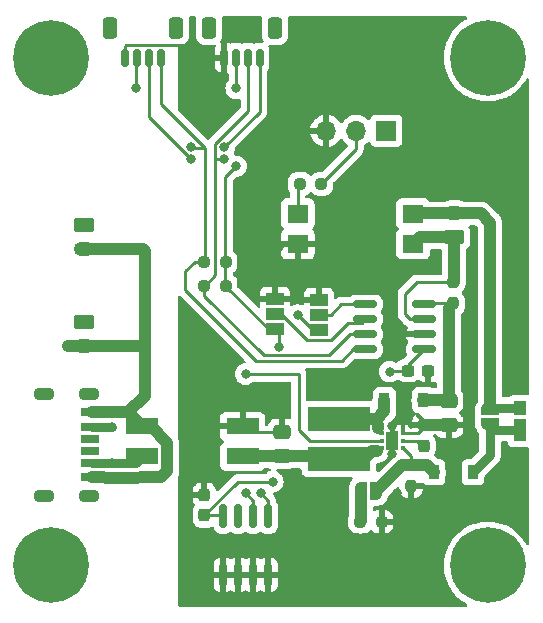
<source format=gbr>
%TF.GenerationSoftware,KiCad,Pcbnew,(6.0.4-0)*%
%TF.CreationDate,2023-08-08T15:54:36-06:00*%
%TF.ProjectId,TPS61165-heater-v8,54505336-3131-4363-952d-686561746572,rev?*%
%TF.SameCoordinates,Original*%
%TF.FileFunction,Copper,L1,Top*%
%TF.FilePolarity,Positive*%
%FSLAX46Y46*%
G04 Gerber Fmt 4.6, Leading zero omitted, Abs format (unit mm)*
G04 Created by KiCad (PCBNEW (6.0.4-0)) date 2023-08-08 15:54:36*
%MOMM*%
%LPD*%
G01*
G04 APERTURE LIST*
G04 Aperture macros list*
%AMRoundRect*
0 Rectangle with rounded corners*
0 $1 Rounding radius*
0 $2 $3 $4 $5 $6 $7 $8 $9 X,Y pos of 4 corners*
0 Add a 4 corners polygon primitive as box body*
4,1,4,$2,$3,$4,$5,$6,$7,$8,$9,$2,$3,0*
0 Add four circle primitives for the rounded corners*
1,1,$1+$1,$2,$3*
1,1,$1+$1,$4,$5*
1,1,$1+$1,$6,$7*
1,1,$1+$1,$8,$9*
0 Add four rect primitives between the rounded corners*
20,1,$1+$1,$2,$3,$4,$5,0*
20,1,$1+$1,$4,$5,$6,$7,0*
20,1,$1+$1,$6,$7,$8,$9,0*
20,1,$1+$1,$8,$9,$2,$3,0*%
%AMFreePoly0*
4,1,22,0.500000,-0.750000,0.000000,-0.750000,0.000000,-0.745033,-0.079941,-0.743568,-0.215256,-0.701293,-0.333266,-0.622738,-0.424486,-0.514219,-0.481581,-0.384460,-0.499164,-0.250000,-0.500000,-0.250000,-0.500000,0.250000,-0.499164,0.250000,-0.499963,0.256109,-0.478152,0.396186,-0.417904,0.524511,-0.324060,0.630769,-0.204165,0.706417,-0.067858,0.745374,0.000000,0.744959,0.000000,0.750000,
0.500000,0.750000,0.500000,-0.750000,0.500000,-0.750000,$1*%
%AMFreePoly1*
4,1,20,0.000000,0.744959,0.073905,0.744508,0.209726,0.703889,0.328688,0.626782,0.421226,0.519385,0.479903,0.390333,0.500000,0.250000,0.500000,-0.250000,0.499851,-0.262216,0.476331,-0.402017,0.414519,-0.529596,0.319384,-0.634700,0.198574,-0.708877,0.061801,-0.746166,0.000000,-0.745033,0.000000,-0.750000,-0.500000,-0.750000,-0.500000,0.750000,0.000000,0.750000,0.000000,0.744959,
0.000000,0.744959,$1*%
G04 Aperture macros list end*
%TA.AperFunction,SMDPad,CuDef*%
%ADD10RoundRect,0.150000X0.150000X-0.825000X0.150000X0.825000X-0.150000X0.825000X-0.150000X-0.825000X0*%
%TD*%
%TA.AperFunction,SMDPad,CuDef*%
%ADD11RoundRect,0.237500X-0.250000X-0.237500X0.250000X-0.237500X0.250000X0.237500X-0.250000X0.237500X0*%
%TD*%
%TA.AperFunction,SMDPad,CuDef*%
%ADD12RoundRect,0.237500X0.250000X0.237500X-0.250000X0.237500X-0.250000X-0.237500X0.250000X-0.237500X0*%
%TD*%
%TA.AperFunction,SMDPad,CuDef*%
%ADD13RoundRect,0.237500X-0.237500X0.250000X-0.237500X-0.250000X0.237500X-0.250000X0.237500X0.250000X0*%
%TD*%
%TA.AperFunction,SMDPad,CuDef*%
%ADD14RoundRect,0.237500X0.237500X-0.300000X0.237500X0.300000X-0.237500X0.300000X-0.237500X-0.300000X0*%
%TD*%
%TA.AperFunction,SMDPad,CuDef*%
%ADD15RoundRect,0.237500X-0.300000X-0.237500X0.300000X-0.237500X0.300000X0.237500X-0.300000X0.237500X0*%
%TD*%
%TA.AperFunction,SMDPad,CuDef*%
%ADD16RoundRect,0.250000X0.475000X-0.337500X0.475000X0.337500X-0.475000X0.337500X-0.475000X-0.337500X0*%
%TD*%
%TA.AperFunction,SMDPad,CuDef*%
%ADD17RoundRect,0.250000X-0.475000X0.337500X-0.475000X-0.337500X0.475000X-0.337500X0.475000X0.337500X0*%
%TD*%
%TA.AperFunction,ComponentPad*%
%ADD18RoundRect,0.250000X-0.625000X0.350000X-0.625000X-0.350000X0.625000X-0.350000X0.625000X0.350000X0*%
%TD*%
%TA.AperFunction,ComponentPad*%
%ADD19O,1.750000X1.200000*%
%TD*%
%TA.AperFunction,ComponentPad*%
%ADD20RoundRect,0.250000X0.625000X-0.350000X0.625000X0.350000X-0.625000X0.350000X-0.625000X-0.350000X0*%
%TD*%
%TA.AperFunction,ComponentPad*%
%ADD21O,1.800000X1.100000*%
%TD*%
%TA.AperFunction,SMDPad,CuDef*%
%ADD22R,1.500000X0.700000*%
%TD*%
%TA.AperFunction,SMDPad,CuDef*%
%ADD23R,1.500000X0.760000*%
%TD*%
%TA.AperFunction,SMDPad,CuDef*%
%ADD24R,1.500000X0.800000*%
%TD*%
%TA.AperFunction,SMDPad,CuDef*%
%ADD25RoundRect,0.093750X0.093750X0.106250X-0.093750X0.106250X-0.093750X-0.106250X0.093750X-0.106250X0*%
%TD*%
%TA.AperFunction,SMDPad,CuDef*%
%ADD26R,1.000000X1.600000*%
%TD*%
%TA.AperFunction,SMDPad,CuDef*%
%ADD27R,5.300000X2.000000*%
%TD*%
%TA.AperFunction,SMDPad,CuDef*%
%ADD28R,2.825000X1.400000*%
%TD*%
%TA.AperFunction,SMDPad,CuDef*%
%ADD29R,0.900000X1.200000*%
%TD*%
%TA.AperFunction,ComponentPad*%
%ADD30R,1.700000X1.700000*%
%TD*%
%TA.AperFunction,ComponentPad*%
%ADD31O,1.700000X1.700000*%
%TD*%
%TA.AperFunction,SMDPad,CuDef*%
%ADD32R,1.800000X1.600000*%
%TD*%
%TA.AperFunction,SMDPad,CuDef*%
%ADD33RoundRect,0.150000X-0.150000X-0.625000X0.150000X-0.625000X0.150000X0.625000X-0.150000X0.625000X0*%
%TD*%
%TA.AperFunction,SMDPad,CuDef*%
%ADD34RoundRect,0.250000X-0.350000X-0.650000X0.350000X-0.650000X0.350000X0.650000X-0.350000X0.650000X0*%
%TD*%
%TA.AperFunction,SMDPad,CuDef*%
%ADD35R,1.500000X1.000000*%
%TD*%
%TA.AperFunction,SMDPad,CuDef*%
%ADD36FreePoly0,90.000000*%
%TD*%
%TA.AperFunction,SMDPad,CuDef*%
%ADD37FreePoly1,90.000000*%
%TD*%
%TA.AperFunction,SMDPad,CuDef*%
%ADD38RoundRect,0.150000X-0.825000X-0.150000X0.825000X-0.150000X0.825000X0.150000X-0.825000X0.150000X0*%
%TD*%
%TA.AperFunction,SMDPad,CuDef*%
%ADD39R,1.010000X1.900000*%
%TD*%
%TA.AperFunction,SMDPad,CuDef*%
%ADD40R,1.010000X1.180000*%
%TD*%
%TA.AperFunction,ComponentPad*%
%ADD41C,3.600000*%
%TD*%
%TA.AperFunction,ConnectorPad*%
%ADD42C,6.400000*%
%TD*%
%TA.AperFunction,SMDPad,CuDef*%
%ADD43FreePoly0,0.000000*%
%TD*%
%TA.AperFunction,SMDPad,CuDef*%
%ADD44FreePoly1,0.000000*%
%TD*%
%TA.AperFunction,ViaPad*%
%ADD45C,0.800000*%
%TD*%
%TA.AperFunction,Conductor*%
%ADD46C,0.250000*%
%TD*%
%TA.AperFunction,Conductor*%
%ADD47C,0.800000*%
%TD*%
%TA.AperFunction,Conductor*%
%ADD48C,1.000000*%
%TD*%
G04 APERTURE END LIST*
D10*
%TO.P,U4,1,A0*%
%TO.N,GND*%
X133595000Y-94775000D03*
%TO.P,U4,2,A1*%
X134865000Y-94775000D03*
%TO.P,U4,3,A2*%
X136135000Y-94775000D03*
%TO.P,U4,4,VSS*%
X137405000Y-94775000D03*
%TO.P,U4,5,SDA*%
%TO.N,/sda*%
X137405000Y-89825000D03*
%TO.P,U4,6,SCL*%
%TO.N,/scl*%
X136135000Y-89825000D03*
%TO.P,U4,7,WP*%
%TO.N,unconnected-(U4-Pad7)*%
X134865000Y-89825000D03*
%TO.P,U4,8,VDD*%
%TO.N,/fram/Vcc*%
X133595000Y-89825000D03*
%TD*%
D11*
%TO.P,R6,1*%
%TO.N,/scl*%
X131987500Y-68300000D03*
%TO.P,R6,2*%
%TO.N,/fram/Vcc*%
X133812500Y-68300000D03*
%TD*%
%TO.P,R5,1*%
%TO.N,/sda*%
X131987500Y-70300000D03*
%TO.P,R5,2*%
%TO.N,/fram/Vcc*%
X133812500Y-70300000D03*
%TD*%
D12*
%TO.P,R4,1*%
%TO.N,Net-(J4-Pad2)*%
X141912500Y-61700000D03*
%TO.P,R4,2*%
%TO.N,Net-(R4-Pad2)*%
X140087500Y-61700000D03*
%TD*%
D13*
%TO.P,R3,1*%
%TO.N,Net-(J5-Pad1)*%
X153100000Y-69987500D03*
%TO.P,R3,2*%
%TO.N,Net-(C2-Pad1)*%
X153100000Y-71812500D03*
%TD*%
%TO.P,R2,1*%
%TO.N,Net-(D2-Pad2)*%
X149500000Y-85487500D03*
%TO.P,R2,2*%
%TO.N,GND*%
X149500000Y-87312500D03*
%TD*%
D11*
%TO.P,R1,1*%
%TO.N,Net-(JP1-Pad1)*%
X145187500Y-90300000D03*
%TO.P,R1,2*%
%TO.N,GND*%
X147012500Y-90300000D03*
%TD*%
D14*
%TO.P,C5,1*%
%TO.N,/fram/Vcc*%
X132000000Y-89762500D03*
%TO.P,C5,2*%
%TO.N,GND*%
X132000000Y-88037500D03*
%TD*%
D15*
%TO.P,C4,1*%
%TO.N,/fram/Vcc*%
X149237500Y-77500000D03*
%TO.P,C4,2*%
%TO.N,GND*%
X150962500Y-77500000D03*
%TD*%
D16*
%TO.P,C3,1*%
%TO.N,+5VD*%
X138600000Y-84737500D03*
%TO.P,C3,2*%
%TO.N,GND*%
X138600000Y-82662500D03*
%TD*%
D17*
%TO.P,C2,1*%
%TO.N,Net-(C2-Pad1)*%
X152700000Y-80037500D03*
%TO.P,C2,2*%
%TO.N,GND*%
X152700000Y-82112500D03*
%TD*%
D14*
%TO.P,C1,1*%
%TO.N,Net-(C1-Pad1)*%
X150600000Y-83862500D03*
%TO.P,C1,2*%
%TO.N,GND*%
X150600000Y-82137500D03*
%TD*%
D18*
%TO.P,J2,1,+*%
%TO.N,Net-(FL1-Pad2)*%
X121800000Y-73400000D03*
D19*
%TO.P,J2,2,-*%
%TO.N,Net-(FL1-Pad1)*%
X121800000Y-75400000D03*
%TD*%
D20*
%TO.P,J5,1,+*%
%TO.N,Net-(J5-Pad1)*%
X153150000Y-66200000D03*
D19*
%TO.P,J5,2,-*%
%TO.N,Net-(D3-Pad2)*%
X153150000Y-64200000D03*
%TD*%
D21*
%TO.P,J1,0,SHIELD*%
%TO.N,unconnected-(J1-Pad0)*%
X122214000Y-88120000D03*
X118414000Y-88120000D03*
X122214000Y-79480000D03*
X118414000Y-79480000D03*
D22*
%TO.P,J1,A5,CC1*%
%TO.N,unconnected-(J1-PadA5)*%
X122364000Y-83300000D03*
D23*
%TO.P,J1,A9,VBUS*%
%TO.N,Net-(FL1-Pad2)*%
X122364000Y-85320000D03*
D24*
%TO.P,J1,A12,GND*%
%TO.N,Net-(FL1-Pad1)*%
X122364000Y-86550000D03*
D22*
%TO.P,J1,B5,CC2*%
%TO.N,unconnected-(J1-PadB5)*%
X122364000Y-84300000D03*
D23*
%TO.P,J1,B9,VBUS*%
%TO.N,Net-(FL1-Pad2)*%
X122364000Y-82280000D03*
D24*
%TO.P,J1,B12,GND*%
%TO.N,Net-(FL1-Pad1)*%
X122364000Y-81050000D03*
%TD*%
D25*
%TO.P,U1,1,FB*%
%TO.N,Net-(D2-Pad2)*%
X148817500Y-84080000D03*
%TO.P,U1,2,COMP*%
%TO.N,Net-(C1-Pad1)*%
X148817500Y-83430000D03*
%TO.P,U1,3,GND*%
%TO.N,GND*%
X148817500Y-82780000D03*
%TO.P,U1,4,SW*%
%TO.N,Net-(D1-Pad2)*%
X147042500Y-82780000D03*
%TO.P,U1,5,CTRL*%
%TO.N,Net-(J4-Pad1)*%
X147042500Y-83430000D03*
%TO.P,U1,6,VIN*%
%TO.N,+5VD*%
X147042500Y-84080000D03*
D26*
%TO.P,U1,7,EP*%
%TO.N,GND*%
X147930000Y-83430000D03*
%TD*%
D27*
%TO.P,L1,1,1*%
%TO.N,+5VD*%
X143400000Y-85000000D03*
%TO.P,L1,2,2*%
%TO.N,Net-(D1-Pad2)*%
X143400000Y-81600000D03*
%TD*%
D28*
%TO.P,FL1,1,1*%
%TO.N,Net-(FL1-Pad1)*%
X126763000Y-82230000D03*
%TO.P,FL1,2,2*%
%TO.N,Net-(FL1-Pad2)*%
X126763000Y-84770000D03*
%TO.P,FL1,3,3*%
%TO.N,+5VD*%
X135237000Y-84770000D03*
%TO.P,FL1,4,4*%
%TO.N,GND*%
X135237000Y-82230000D03*
%TD*%
D29*
%TO.P,D1,1,K*%
%TO.N,Net-(C2-Pad1)*%
X150550000Y-80000000D03*
%TO.P,D1,2,A*%
%TO.N,Net-(D1-Pad2)*%
X147250000Y-80000000D03*
%TD*%
D30*
%TO.P,J4,1,Pin_1*%
%TO.N,Net-(J4-Pad1)*%
X147400000Y-57200000D03*
D31*
%TO.P,J4,2,Pin_2*%
%TO.N,Net-(J4-Pad2)*%
X144860000Y-57200000D03*
%TO.P,J4,3,Pin_3*%
%TO.N,GND*%
X142320000Y-57200000D03*
%TD*%
D32*
%TO.P,U2,1*%
%TO.N,Net-(R4-Pad2)*%
X139924000Y-64230000D03*
%TO.P,U2,2*%
%TO.N,GND*%
X139924000Y-66770000D03*
%TO.P,U2,3*%
%TO.N,Net-(J5-Pad1)*%
X149676000Y-66770000D03*
%TO.P,U2,4*%
%TO.N,Net-(D3-Pad2)*%
X149676000Y-64230000D03*
%TD*%
D33*
%TO.P,J6,1,gnd*%
%TO.N,GND*%
X133700000Y-51025000D03*
%TO.P,J6,2,VCC*%
%TO.N,/fram/Vcc*%
X134700000Y-51025000D03*
%TO.P,J6,3,SDA*%
%TO.N,/sda*%
X135700000Y-51025000D03*
%TO.P,J6,4,SCL*%
%TO.N,/scl*%
X136700000Y-51025000D03*
D34*
%TO.P,J6,MP*%
%TO.N,N/C*%
X138000000Y-48500000D03*
X132400000Y-48500000D03*
%TD*%
D35*
%TO.P,JP3,1,A*%
%TO.N,/fram/Vcc*%
X138000000Y-74000000D03*
%TO.P,JP3,2,C*%
%TO.N,Net-(JP3-Pad2)*%
X138000000Y-72700000D03*
%TO.P,JP3,3,B*%
%TO.N,GND*%
X138000000Y-71400000D03*
%TD*%
%TO.P,JP4,1,A*%
%TO.N,/fram/Vcc*%
X141700000Y-74100000D03*
%TO.P,JP4,2,C*%
%TO.N,Net-(JP4-Pad2)*%
X141700000Y-72800000D03*
%TO.P,JP4,3,B*%
%TO.N,GND*%
X141700000Y-71500000D03*
%TD*%
D29*
%TO.P,D2,1,K*%
%TO.N,Net-(D2-Pad1)*%
X154750000Y-86100000D03*
%TO.P,D2,2,A*%
%TO.N,Net-(D2-Pad2)*%
X151450000Y-86100000D03*
%TD*%
D36*
%TO.P,JP2,1,A*%
%TO.N,Net-(D2-Pad1)*%
X156200000Y-82050000D03*
D37*
%TO.P,JP2,2,B*%
%TO.N,Net-(D3-Pad2)*%
X156200000Y-80750000D03*
%TD*%
D38*
%TO.P,U3,1,A1*%
%TO.N,Net-(JP4-Pad2)*%
X145625000Y-71895000D03*
%TO.P,U3,2,A0*%
%TO.N,Net-(JP3-Pad2)*%
X145625000Y-73165000D03*
%TO.P,U3,3,SDA*%
%TO.N,/sda*%
X145625000Y-74435000D03*
%TO.P,U3,4,SCL*%
%TO.N,/scl*%
X145625000Y-75705000D03*
%TO.P,U3,5,VS*%
%TO.N,/fram/Vcc*%
X150575000Y-75705000D03*
%TO.P,U3,6,GND*%
%TO.N,GND*%
X150575000Y-74435000D03*
%TO.P,U3,7,IN-*%
%TO.N,Net-(J5-Pad1)*%
X150575000Y-73165000D03*
%TO.P,U3,8,IN+*%
%TO.N,Net-(C2-Pad1)*%
X150575000Y-71895000D03*
%TD*%
D39*
%TO.P,D3,1,K*%
%TO.N,Net-(D2-Pad1)*%
X158700000Y-82545000D03*
D40*
%TO.P,D3,2,A*%
%TO.N,Net-(D3-Pad2)*%
X158700000Y-80655000D03*
%TD*%
D18*
%TO.P,J3,1,+*%
%TO.N,Net-(FL1-Pad2)*%
X121800000Y-65200000D03*
D19*
%TO.P,J3,2,-*%
%TO.N,Net-(FL1-Pad1)*%
X121800000Y-67200000D03*
%TD*%
D41*
%TO.P,H4,1*%
%TO.N,N/C*%
X119000000Y-94000000D03*
D42*
X119000000Y-94000000D03*
%TD*%
D33*
%TO.P,J7,1,gnd*%
%TO.N,GND*%
X125300000Y-51025000D03*
%TO.P,J7,2,VCC*%
%TO.N,/fram/Vcc*%
X126300000Y-51025000D03*
%TO.P,J7,3,SDA*%
%TO.N,/sda*%
X127300000Y-51025000D03*
%TO.P,J7,4,SCL*%
%TO.N,/scl*%
X128300000Y-51025000D03*
D34*
%TO.P,J7,MP*%
%TO.N,N/C*%
X129600000Y-48500000D03*
X124000000Y-48500000D03*
%TD*%
D43*
%TO.P,JP1,1,A*%
%TO.N,Net-(JP1-Pad1)*%
X145250000Y-87700000D03*
D44*
%TO.P,JP1,2,B*%
%TO.N,Net-(D2-Pad2)*%
X146550000Y-87700000D03*
%TD*%
D41*
%TO.P,H3,1*%
%TO.N,N/C*%
X156000000Y-94000000D03*
D42*
X156000000Y-94000000D03*
%TD*%
D41*
%TO.P,H2,1*%
%TO.N,N/C*%
X156000000Y-51000000D03*
D42*
X156000000Y-51000000D03*
%TD*%
D41*
%TO.P,H1,1*%
%TO.N,N/C*%
X119000000Y-51000000D03*
D42*
X119000000Y-51000000D03*
%TD*%
D45*
%TO.N,/fram/Vcc*%
X137800000Y-86900000D03*
%TO.N,Net-(FL1-Pad2)*%
X124200000Y-82300000D03*
X124180000Y-85320000D03*
%TO.N,/sda*%
X136800000Y-87900000D03*
%TO.N,/scl*%
X135500000Y-87900000D03*
%TO.N,GND*%
X147900000Y-83800000D03*
X152700000Y-83600000D03*
X148300000Y-87900000D03*
X147900000Y-83000000D03*
X149500000Y-88800000D03*
X147900000Y-82200000D03*
X147900000Y-84600000D03*
X141700000Y-79300000D03*
X138300000Y-67025000D03*
X138400000Y-79300000D03*
X141700000Y-78000000D03*
X133700000Y-52800000D03*
X138350000Y-80650000D03*
X138000000Y-71400000D03*
X141700000Y-71500000D03*
%TO.N,Net-(J4-Pad1)*%
X135500000Y-77800000D03*
%TO.N,/fram/Vcc*%
X147700000Y-77600000D03*
X139900000Y-72800000D03*
X134700000Y-60200000D03*
X134700000Y-53600000D03*
X126200000Y-53600000D03*
X138300000Y-75500000D03*
%TO.N,/scl*%
X130900000Y-58600000D03*
X133700000Y-58600000D03*
%TO.N,/sda*%
X133700000Y-59600000D03*
X130900000Y-59600000D03*
%TD*%
D46*
%TO.N,/fram/Vcc*%
X134862500Y-86900000D02*
X137800000Y-86900000D01*
X132000000Y-89762500D02*
X134862500Y-86900000D01*
X132000000Y-89762500D02*
X133532500Y-89762500D01*
D47*
%TO.N,Net-(FL1-Pad2)*%
X122475000Y-85320000D02*
X124180000Y-85320000D01*
D48*
%TO.N,Net-(FL1-Pad1)*%
X126763000Y-82230000D02*
X125583000Y-81050000D01*
D47*
%TO.N,Net-(FL1-Pad2)*%
X126213000Y-85320000D02*
X126763000Y-84770000D01*
X124180000Y-85320000D02*
X126213000Y-85320000D01*
X124180000Y-82280000D02*
X124200000Y-82300000D01*
X122475000Y-82280000D02*
X124180000Y-82280000D01*
D48*
%TO.N,Net-(FL1-Pad1)*%
X124600000Y-86600000D02*
X122475000Y-86550011D01*
X123900000Y-81000000D02*
X122475000Y-81050000D01*
X125583000Y-81050000D02*
X123900000Y-81000000D01*
D46*
%TO.N,/sda*%
X137405000Y-89825000D02*
X137405000Y-88505000D01*
X137405000Y-88505000D02*
X136800000Y-87900000D01*
%TO.N,/scl*%
X136135000Y-89825000D02*
X136135000Y-88535000D01*
X136135000Y-88535000D02*
X135500000Y-87900000D01*
D48*
%TO.N,Net-(D2-Pad2)*%
X146550000Y-87700000D02*
X148725000Y-85525000D01*
X148725000Y-85525000D02*
X149500000Y-85525000D01*
%TO.N,Net-(JP1-Pad1)*%
X145250000Y-90250000D02*
X145200000Y-90300000D01*
X145250000Y-87700000D02*
X145250000Y-90250000D01*
D46*
%TO.N,GND*%
X138600000Y-82675000D02*
X135682000Y-82675000D01*
X138600000Y-82675000D02*
X138600000Y-80900000D01*
D48*
X152700000Y-82100000D02*
X150800000Y-82100000D01*
D46*
X148817500Y-82780000D02*
X150120000Y-82780000D01*
X150600000Y-81775000D02*
X150025000Y-81200000D01*
X138600000Y-80900000D02*
X138350000Y-80650000D01*
X150025000Y-81200000D02*
X149900000Y-81200000D01*
X149900000Y-81200000D02*
X150800000Y-82100000D01*
X150120000Y-82780000D02*
X150600000Y-82300000D01*
X125400000Y-49900000D02*
X130700000Y-49900000D01*
X125300000Y-51025000D02*
X125300000Y-50000000D01*
X131825000Y-51025000D02*
X130700000Y-49900000D01*
X133700000Y-51025000D02*
X133700000Y-52800000D01*
X125300000Y-50000000D02*
X125400000Y-49900000D01*
X133700000Y-51025000D02*
X131825000Y-51025000D01*
%TO.N,Net-(C1-Pad1)*%
X150600000Y-84050000D02*
X149980000Y-83430000D01*
X149980000Y-83430000D02*
X148817500Y-83430000D01*
D48*
%TO.N,Net-(C2-Pad1)*%
X150550000Y-80000000D02*
X152650000Y-80000000D01*
D46*
X153100000Y-71775000D02*
X150695000Y-71775000D01*
D48*
X152700000Y-80050000D02*
X152700000Y-72175000D01*
X152700000Y-72175000D02*
X153100000Y-71775000D01*
%TO.N,+5VD*%
X135237000Y-84770000D02*
X143170000Y-84770000D01*
X145500000Y-85000000D02*
X146169990Y-84330010D01*
X146169990Y-84330010D02*
X146619962Y-84330010D01*
D46*
%TO.N,Net-(D1-Pad2)*%
X147042500Y-82780000D02*
X146855000Y-82780000D01*
X146855000Y-82780000D02*
X146700000Y-82625000D01*
X146700000Y-82625000D02*
X146700000Y-82400000D01*
D48*
X146600000Y-81600000D02*
X146700000Y-82400000D01*
X147250000Y-80000000D02*
X147250000Y-80950000D01*
X145900000Y-81600000D02*
X146600000Y-81600000D01*
X147250000Y-80950000D02*
X146600000Y-81600000D01*
X143400000Y-81600000D02*
X145900000Y-81600000D01*
%TO.N,Net-(FL1-Pad1)*%
X128875501Y-83630001D02*
X128875501Y-86030001D01*
X128875501Y-86030001D02*
X128355491Y-86550011D01*
X127475500Y-82230000D02*
X128875501Y-83630001D01*
X128355491Y-86550011D02*
X124600000Y-86600000D01*
X126800000Y-67200000D02*
X121800000Y-67200000D01*
X120450000Y-75400000D02*
X126950000Y-75400000D01*
X125583000Y-81050000D02*
X126950000Y-79683000D01*
X126950000Y-79683000D02*
X126950000Y-75400000D01*
X126950000Y-67350000D02*
X126800000Y-67200000D01*
X126950000Y-75400000D02*
X126950000Y-67350000D01*
D46*
%TO.N,Net-(J4-Pad1)*%
X140000000Y-77800000D02*
X135500000Y-77800000D01*
X140000000Y-82499022D02*
X140000000Y-77800000D01*
X147042500Y-83430000D02*
X140930978Y-83430000D01*
X140930978Y-83430000D02*
X140000000Y-82499022D01*
%TO.N,Net-(J4-Pad2)*%
X141875000Y-61700000D02*
X144860000Y-58715000D01*
X144860000Y-58715000D02*
X144860000Y-57200000D01*
%TO.N,Net-(J5-Pad1)*%
X149274990Y-73004990D02*
X149274990Y-72974990D01*
D48*
X150246000Y-66200000D02*
X149676000Y-66770000D01*
D46*
X149975000Y-70025000D02*
X153100000Y-70025000D01*
D48*
X153150000Y-69975000D02*
X153100000Y-70025000D01*
D46*
X149435000Y-73165000D02*
X149274990Y-73004990D01*
D48*
X153150000Y-66200000D02*
X150246000Y-66200000D01*
D46*
X149000000Y-71000000D02*
X149975000Y-70025000D01*
X149000000Y-72700000D02*
X149000000Y-71000000D01*
X150575000Y-73165000D02*
X149435000Y-73165000D01*
D48*
X153150000Y-66200000D02*
X153150000Y-69975000D01*
D46*
X149274990Y-72974990D02*
X149000000Y-72700000D01*
%TO.N,/fram/Vcc*%
X126200000Y-53600000D02*
X126200000Y-51125000D01*
X134700000Y-51025000D02*
X134700000Y-53600000D01*
X139900000Y-72800000D02*
X141200000Y-74100000D01*
X149225000Y-77500000D02*
X147800000Y-77500000D01*
X149225000Y-77500000D02*
X149225000Y-77055000D01*
X147800000Y-77500000D02*
X147700000Y-77600000D01*
X133775000Y-70300000D02*
X133775000Y-68300000D01*
X149225000Y-77055000D02*
X150575000Y-75705000D01*
X138300000Y-75500000D02*
X138300000Y-74300000D01*
X133775000Y-61125000D02*
X134700000Y-60200000D01*
X133775000Y-68300000D02*
X133775000Y-61125000D01*
X137475000Y-74000000D02*
X133775000Y-70300000D01*
%TO.N,/scl*%
X143625969Y-76674031D02*
X136374031Y-76674031D01*
X132025000Y-58625000D02*
X130925000Y-58625000D01*
X132025000Y-58625000D02*
X128300000Y-54900000D01*
X128300000Y-54900000D02*
X128300000Y-51025000D01*
X136700000Y-55600000D02*
X136700000Y-51025000D01*
X132025000Y-68300000D02*
X132025000Y-58625000D01*
X136374031Y-76674031D02*
X130400000Y-70700000D01*
X133700000Y-58600000D02*
X136700000Y-55600000D01*
X130400000Y-69100000D02*
X131200000Y-68300000D01*
X130925000Y-58625000D02*
X130900000Y-58600000D01*
X130400000Y-70700000D02*
X130400000Y-69100000D01*
X145625000Y-75705000D02*
X144595000Y-75705000D01*
X144595000Y-75705000D02*
X143625969Y-76674031D01*
X131200000Y-68300000D02*
X132025000Y-68300000D01*
%TO.N,/sda*%
X132925480Y-69399520D02*
X132925480Y-66425480D01*
X132900000Y-59600000D02*
X133700000Y-59600000D01*
X132025000Y-70300000D02*
X132925480Y-69399520D01*
X132000000Y-71200000D02*
X132000000Y-70325000D01*
X132900000Y-66400000D02*
X132900000Y-59600000D01*
X130875386Y-59600000D02*
X130900000Y-59600000D01*
X132900000Y-58300000D02*
X135700000Y-55500000D01*
X132925480Y-66425480D02*
X132900000Y-66400000D01*
X137024511Y-76224511D02*
X132000000Y-71200000D01*
X127300000Y-51025000D02*
X127300000Y-56024614D01*
X135700000Y-55500000D02*
X135700000Y-51025000D01*
X132900000Y-59600000D02*
X132900000Y-58300000D01*
X144365000Y-74435000D02*
X142575489Y-76224511D01*
X127300000Y-56024614D02*
X130875386Y-59600000D01*
X145625000Y-74435000D02*
X144365000Y-74435000D01*
X142575489Y-76224511D02*
X137024511Y-76224511D01*
D48*
%TO.N,Net-(D3-Pad2)*%
X155400000Y-64200000D02*
X156200000Y-65000000D01*
X153150000Y-64200000D02*
X155400000Y-64200000D01*
D47*
X158700000Y-80655000D02*
X156295000Y-80655000D01*
D48*
X156200000Y-65000000D02*
X156200000Y-80750000D01*
X153150000Y-64200000D02*
X149706000Y-64200000D01*
D46*
%TO.N,Net-(D2-Pad2)*%
X149500000Y-85525000D02*
X149500000Y-84762500D01*
X149500000Y-84762500D02*
X148817500Y-84080000D01*
D48*
X149500000Y-85525000D02*
X150875000Y-85525000D01*
X150875000Y-85525000D02*
X151450000Y-86100000D01*
D47*
%TO.N,Net-(D2-Pad1)*%
X156695000Y-82545000D02*
X156200000Y-82050000D01*
X156200000Y-82050000D02*
X156200000Y-84650000D01*
X156200000Y-84650000D02*
X154750000Y-86100000D01*
X158700000Y-82545000D02*
X156695000Y-82545000D01*
D46*
%TO.N,Net-(JP3-Pad2)*%
X145325000Y-73465000D02*
X144170002Y-73465000D01*
X142710001Y-74925001D02*
X140689999Y-74925001D01*
X140689999Y-74925001D02*
X138464998Y-72700000D01*
X144170002Y-73465000D02*
X142710001Y-74925001D01*
X145625000Y-73165000D02*
X145325000Y-73465000D01*
%TO.N,Net-(JP4-Pad2)*%
X142700000Y-72800000D02*
X143605000Y-71895000D01*
X143605000Y-71895000D02*
X144650000Y-71895000D01*
X144650000Y-71895000D02*
X145625000Y-71895000D01*
X141700000Y-72800000D02*
X142700000Y-72800000D01*
%TO.N,Net-(R4-Pad2)*%
X139924000Y-61901000D02*
X139924000Y-64230000D01*
%TD*%
%TA.AperFunction,Conductor*%
%TO.N,GND*%
G36*
X154227076Y-47528502D02*
G01*
X154273569Y-47582158D01*
X154283673Y-47652432D01*
X154254179Y-47717012D01*
X154216158Y-47746767D01*
X154146147Y-47782439D01*
X154146140Y-47782443D01*
X154143206Y-47783938D01*
X154140440Y-47785734D01*
X154140437Y-47785736D01*
X154114059Y-47802866D01*
X153817207Y-47995643D01*
X153515124Y-48240266D01*
X153240266Y-48515124D01*
X152995643Y-48817207D01*
X152783938Y-49143206D01*
X152782443Y-49146140D01*
X152782439Y-49146147D01*
X152698244Y-49311389D01*
X152607468Y-49489547D01*
X152579055Y-49563565D01*
X152472130Y-49842115D01*
X152468167Y-49852438D01*
X152367562Y-50227901D01*
X152306754Y-50611824D01*
X152286411Y-51000000D01*
X152306754Y-51388176D01*
X152367562Y-51772099D01*
X152468167Y-52147562D01*
X152469352Y-52150650D01*
X152469353Y-52150652D01*
X152511671Y-52260893D01*
X152607468Y-52510453D01*
X152608966Y-52513393D01*
X152720468Y-52732227D01*
X152783938Y-52856794D01*
X152995643Y-53182793D01*
X152997718Y-53185355D01*
X153179691Y-53410072D01*
X153240266Y-53484876D01*
X153515124Y-53759734D01*
X153517682Y-53761806D01*
X153517686Y-53761809D01*
X153552410Y-53789928D01*
X153817207Y-54004357D01*
X153819970Y-54006152D01*
X153819971Y-54006152D01*
X154021374Y-54136944D01*
X154143205Y-54216062D01*
X154146139Y-54217557D01*
X154146146Y-54217561D01*
X154282073Y-54286819D01*
X154489547Y-54392532D01*
X154590544Y-54431301D01*
X154791654Y-54508500D01*
X154852438Y-54531833D01*
X155227901Y-54632438D01*
X155431793Y-54664732D01*
X155608576Y-54692732D01*
X155608584Y-54692733D01*
X155611824Y-54693246D01*
X156000000Y-54713589D01*
X156388176Y-54693246D01*
X156391416Y-54692733D01*
X156391424Y-54692732D01*
X156568207Y-54664732D01*
X156772099Y-54632438D01*
X157147562Y-54531833D01*
X157208347Y-54508500D01*
X157409456Y-54431301D01*
X157510453Y-54392532D01*
X157717927Y-54286819D01*
X157853854Y-54217561D01*
X157853861Y-54217557D01*
X157856795Y-54216062D01*
X157978627Y-54136944D01*
X158180029Y-54006152D01*
X158180030Y-54006152D01*
X158182793Y-54004357D01*
X158447590Y-53789928D01*
X158482314Y-53761809D01*
X158482318Y-53761806D01*
X158484876Y-53759734D01*
X158759734Y-53484876D01*
X158820310Y-53410072D01*
X159002282Y-53185355D01*
X159004357Y-53182793D01*
X159216062Y-52856794D01*
X159253233Y-52783842D01*
X159301981Y-52732227D01*
X159370896Y-52715161D01*
X159438098Y-52738062D01*
X159482250Y-52793659D01*
X159491500Y-52841045D01*
X159491500Y-79447505D01*
X159471498Y-79515626D01*
X159417842Y-79562119D01*
X159347568Y-79572223D01*
X159330407Y-79567827D01*
X159330400Y-79567856D01*
X159322716Y-79566029D01*
X159315316Y-79563255D01*
X159253134Y-79556500D01*
X158146866Y-79556500D01*
X158084684Y-79563255D01*
X157948295Y-79614385D01*
X157831739Y-79701739D01*
X157826357Y-79708920D01*
X157825679Y-79709598D01*
X157763366Y-79743621D01*
X157736586Y-79746500D01*
X157334500Y-79746500D01*
X157266379Y-79726498D01*
X157219886Y-79672842D01*
X157208500Y-79620500D01*
X157208500Y-65061843D01*
X157209237Y-65048236D01*
X157212659Y-65016738D01*
X157212659Y-65016733D01*
X157213324Y-65010612D01*
X157208950Y-64960612D01*
X157208621Y-64955786D01*
X157208500Y-64953314D01*
X157208500Y-64950231D01*
X157207326Y-64938262D01*
X157204310Y-64907494D01*
X157204188Y-64906181D01*
X157196623Y-64819718D01*
X157196087Y-64813587D01*
X157194600Y-64808468D01*
X157194080Y-64803167D01*
X157167209Y-64714166D01*
X157166874Y-64713033D01*
X157142630Y-64629586D01*
X157142628Y-64629582D01*
X157140909Y-64623664D01*
X157138456Y-64618932D01*
X157136916Y-64613831D01*
X157093269Y-64531740D01*
X157092657Y-64530574D01*
X157052729Y-64453547D01*
X157049892Y-64448074D01*
X157046569Y-64443911D01*
X157044066Y-64439204D01*
X156985245Y-64367082D01*
X156984554Y-64366226D01*
X156953262Y-64327027D01*
X156950758Y-64324523D01*
X156950116Y-64323805D01*
X156946415Y-64319472D01*
X156919065Y-64285938D01*
X156883733Y-64256709D01*
X156874963Y-64248728D01*
X156156851Y-63530617D01*
X156147749Y-63520473D01*
X156127897Y-63495782D01*
X156124032Y-63490975D01*
X156085578Y-63458708D01*
X156081931Y-63455528D01*
X156080119Y-63453885D01*
X156077925Y-63451691D01*
X156044651Y-63424358D01*
X156043853Y-63423696D01*
X155972526Y-63363846D01*
X155967856Y-63361278D01*
X155963739Y-63357897D01*
X155905855Y-63326860D01*
X155881914Y-63314023D01*
X155880755Y-63313394D01*
X155804619Y-63271538D01*
X155804611Y-63271535D01*
X155799213Y-63268567D01*
X155794131Y-63266955D01*
X155789437Y-63264438D01*
X155700469Y-63237238D01*
X155699441Y-63236918D01*
X155610694Y-63208765D01*
X155605398Y-63208171D01*
X155600302Y-63206613D01*
X155507743Y-63197210D01*
X155506607Y-63197089D01*
X155472992Y-63193319D01*
X155460270Y-63191892D01*
X155460266Y-63191892D01*
X155456773Y-63191500D01*
X155453246Y-63191500D01*
X155452261Y-63191445D01*
X155446581Y-63190998D01*
X155417175Y-63188011D01*
X155409663Y-63187248D01*
X155409661Y-63187248D01*
X155403538Y-63186626D01*
X155361259Y-63190623D01*
X155357891Y-63190941D01*
X155346033Y-63191500D01*
X153912557Y-63191500D01*
X153865459Y-63182366D01*
X153746832Y-63134558D01*
X153746829Y-63134557D01*
X153741263Y-63132314D01*
X153533663Y-63091772D01*
X153528101Y-63091500D01*
X152822154Y-63091500D01*
X152664434Y-63106548D01*
X152461466Y-63166092D01*
X152450970Y-63171498D01*
X152439285Y-63177516D01*
X152381593Y-63191500D01*
X151095791Y-63191500D01*
X151027670Y-63171498D01*
X150994965Y-63141065D01*
X150990089Y-63134558D01*
X150939261Y-63066739D01*
X150822705Y-62979385D01*
X150686316Y-62928255D01*
X150624134Y-62921500D01*
X148727866Y-62921500D01*
X148665684Y-62928255D01*
X148529295Y-62979385D01*
X148412739Y-63066739D01*
X148325385Y-63183295D01*
X148274255Y-63319684D01*
X148267500Y-63381866D01*
X148267500Y-65078134D01*
X148274255Y-65140316D01*
X148325385Y-65276705D01*
X148412739Y-65393261D01*
X148420628Y-65399174D01*
X148421155Y-65399878D01*
X148426269Y-65404992D01*
X148425531Y-65405730D01*
X148463143Y-65456031D01*
X148468170Y-65526849D01*
X148434112Y-65589143D01*
X148420633Y-65600823D01*
X148412739Y-65606739D01*
X148325385Y-65723295D01*
X148274255Y-65859684D01*
X148267500Y-65921866D01*
X148267500Y-67618134D01*
X148274255Y-67680316D01*
X148325385Y-67816705D01*
X148412739Y-67933261D01*
X148529295Y-68020615D01*
X148665684Y-68071745D01*
X148727866Y-68078500D01*
X150624134Y-68078500D01*
X150686316Y-68071745D01*
X150822705Y-68020615D01*
X150939261Y-67933261D01*
X151026615Y-67816705D01*
X151077745Y-67680316D01*
X151084500Y-67618134D01*
X151084500Y-67334500D01*
X151104502Y-67266379D01*
X151158158Y-67219886D01*
X151210500Y-67208500D01*
X152015500Y-67208500D01*
X152083621Y-67228502D01*
X152130114Y-67282158D01*
X152141500Y-67334500D01*
X152141500Y-69265500D01*
X152121498Y-69333621D01*
X152067842Y-69380114D01*
X152015500Y-69391500D01*
X150053767Y-69391500D01*
X150042584Y-69390973D01*
X150035091Y-69389298D01*
X150027165Y-69389547D01*
X150027164Y-69389547D01*
X149967014Y-69391438D01*
X149963055Y-69391500D01*
X149935144Y-69391500D01*
X149931210Y-69391997D01*
X149931209Y-69391997D01*
X149931144Y-69392005D01*
X149919307Y-69392938D01*
X149887490Y-69393938D01*
X149883029Y-69394078D01*
X149875110Y-69394327D01*
X149857620Y-69399408D01*
X149855658Y-69399978D01*
X149836306Y-69403986D01*
X149829235Y-69404880D01*
X149816203Y-69406526D01*
X149808834Y-69409443D01*
X149808832Y-69409444D01*
X149775097Y-69422800D01*
X149763869Y-69426645D01*
X149721407Y-69438982D01*
X149714585Y-69443016D01*
X149714579Y-69443019D01*
X149703968Y-69449294D01*
X149686218Y-69457990D01*
X149674756Y-69462528D01*
X149674751Y-69462531D01*
X149667383Y-69465448D01*
X149660968Y-69470109D01*
X149631625Y-69491427D01*
X149621707Y-69497943D01*
X149603019Y-69508995D01*
X149583637Y-69520458D01*
X149569313Y-69534782D01*
X149554281Y-69547621D01*
X149537893Y-69559528D01*
X149512026Y-69590796D01*
X149509712Y-69593593D01*
X149501722Y-69602373D01*
X148607747Y-70496348D01*
X148599461Y-70503888D01*
X148592982Y-70508000D01*
X148587557Y-70513777D01*
X148546357Y-70557651D01*
X148543602Y-70560493D01*
X148523865Y-70580230D01*
X148521385Y-70583427D01*
X148513682Y-70592447D01*
X148483414Y-70624679D01*
X148479595Y-70631625D01*
X148479593Y-70631628D01*
X148473652Y-70642434D01*
X148462801Y-70658953D01*
X148450386Y-70674959D01*
X148447241Y-70682228D01*
X148447238Y-70682232D01*
X148432826Y-70715537D01*
X148427609Y-70726187D01*
X148406305Y-70764940D01*
X148404334Y-70772615D01*
X148404334Y-70772616D01*
X148401267Y-70784562D01*
X148394863Y-70803266D01*
X148386819Y-70821855D01*
X148385580Y-70829678D01*
X148385577Y-70829688D01*
X148379901Y-70865524D01*
X148377495Y-70877144D01*
X148376147Y-70882396D01*
X148366500Y-70919970D01*
X148366500Y-70940224D01*
X148364949Y-70959934D01*
X148361780Y-70979943D01*
X148362526Y-70987835D01*
X148365941Y-71023961D01*
X148366500Y-71035819D01*
X148366500Y-72621233D01*
X148365973Y-72632416D01*
X148364298Y-72639909D01*
X148364547Y-72647835D01*
X148364547Y-72647836D01*
X148366438Y-72707986D01*
X148366500Y-72711945D01*
X148366500Y-72739856D01*
X148366997Y-72743790D01*
X148366997Y-72743791D01*
X148367005Y-72743856D01*
X148367938Y-72755693D01*
X148369327Y-72799889D01*
X148374978Y-72819339D01*
X148378987Y-72838700D01*
X148381526Y-72858797D01*
X148384445Y-72866168D01*
X148384445Y-72866170D01*
X148397804Y-72899912D01*
X148401649Y-72911142D01*
X148409435Y-72937942D01*
X148413982Y-72953593D01*
X148418015Y-72960412D01*
X148418017Y-72960417D01*
X148424293Y-72971028D01*
X148432988Y-72988776D01*
X148440448Y-73007617D01*
X148445110Y-73014033D01*
X148445110Y-73014034D01*
X148466436Y-73043387D01*
X148472952Y-73053307D01*
X148495458Y-73091362D01*
X148509779Y-73105683D01*
X148522619Y-73120716D01*
X148534528Y-73137107D01*
X148540634Y-73142158D01*
X148568605Y-73165298D01*
X148577384Y-73173288D01*
X148705061Y-73300965D01*
X148717903Y-73316000D01*
X148741426Y-73348377D01*
X148747942Y-73358297D01*
X148764041Y-73385518D01*
X148770448Y-73396352D01*
X148784769Y-73410673D01*
X148797609Y-73425706D01*
X148809518Y-73442097D01*
X148815624Y-73447148D01*
X148843595Y-73470288D01*
X148852374Y-73478278D01*
X148931343Y-73557247D01*
X148938887Y-73565537D01*
X148943000Y-73572018D01*
X148948777Y-73577443D01*
X148992667Y-73618658D01*
X148995509Y-73621413D01*
X149015230Y-73641134D01*
X149018425Y-73643612D01*
X149027447Y-73651318D01*
X149059679Y-73681586D01*
X149066628Y-73685406D01*
X149077432Y-73691346D01*
X149093956Y-73702199D01*
X149109959Y-73714613D01*
X149126583Y-73721807D01*
X149148320Y-73731214D01*
X149202894Y-73776626D01*
X149224253Y-73844333D01*
X149206732Y-73910988D01*
X149145354Y-74014775D01*
X149139107Y-74029210D01*
X149100061Y-74163605D01*
X149100101Y-74177706D01*
X149107370Y-74181000D01*
X150703000Y-74181000D01*
X150771121Y-74201002D01*
X150817614Y-74254658D01*
X150829000Y-74307000D01*
X150829000Y-74563000D01*
X150808998Y-74631121D01*
X150755342Y-74677614D01*
X150703000Y-74689000D01*
X149113122Y-74689000D01*
X149099591Y-74692973D01*
X149098456Y-74700871D01*
X149139107Y-74840790D01*
X149145352Y-74855221D01*
X149221911Y-74984677D01*
X149227871Y-74992360D01*
X149253820Y-75058444D01*
X149239922Y-75128067D01*
X149229579Y-75144161D01*
X149225547Y-75148193D01*
X149140855Y-75291399D01*
X149138644Y-75299010D01*
X149138643Y-75299012D01*
X149133523Y-75316635D01*
X149094438Y-75451169D01*
X149093934Y-75457574D01*
X149093933Y-75457579D01*
X149092530Y-75475405D01*
X149091500Y-75488498D01*
X149091500Y-75921502D01*
X149094438Y-75958831D01*
X149140855Y-76118601D01*
X149144892Y-76125426D01*
X149145248Y-76126250D01*
X149153946Y-76196712D01*
X149118707Y-76265388D01*
X148896859Y-76487236D01*
X148834547Y-76521262D01*
X148820769Y-76523468D01*
X148790765Y-76526581D01*
X148790761Y-76526582D01*
X148783907Y-76527293D01*
X148777371Y-76529474D01*
X148777369Y-76529474D01*
X148644605Y-76573768D01*
X148618893Y-76582346D01*
X148470969Y-76673884D01*
X148348071Y-76796997D01*
X148346566Y-76799438D01*
X148290142Y-76839443D01*
X148219219Y-76842675D01*
X148175117Y-76822225D01*
X148174300Y-76821632D01*
X148156752Y-76808882D01*
X148150724Y-76806198D01*
X148150722Y-76806197D01*
X147988319Y-76733891D01*
X147988318Y-76733891D01*
X147982288Y-76731206D01*
X147888887Y-76711353D01*
X147801944Y-76692872D01*
X147801939Y-76692872D01*
X147795487Y-76691500D01*
X147604513Y-76691500D01*
X147598061Y-76692872D01*
X147598056Y-76692872D01*
X147511113Y-76711353D01*
X147417712Y-76731206D01*
X147411682Y-76733891D01*
X147411681Y-76733891D01*
X147249278Y-76806197D01*
X147249276Y-76806198D01*
X147243248Y-76808882D01*
X147237907Y-76812762D01*
X147237906Y-76812763D01*
X147196736Y-76842675D01*
X147088747Y-76921134D01*
X147084326Y-76926044D01*
X147084325Y-76926045D01*
X147077261Y-76933891D01*
X146960960Y-77063056D01*
X146865473Y-77228444D01*
X146806458Y-77410072D01*
X146805768Y-77416633D01*
X146805768Y-77416635D01*
X146804900Y-77424898D01*
X146786496Y-77600000D01*
X146787186Y-77606565D01*
X146805009Y-77776138D01*
X146806458Y-77789928D01*
X146865473Y-77971556D01*
X146960960Y-78136944D01*
X146965378Y-78141851D01*
X146965379Y-78141852D01*
X147081537Y-78270859D01*
X147088747Y-78278866D01*
X147243248Y-78391118D01*
X147249276Y-78393802D01*
X147249278Y-78393803D01*
X147383365Y-78453502D01*
X147417712Y-78468794D01*
X147511112Y-78488647D01*
X147598056Y-78507128D01*
X147598061Y-78507128D01*
X147604513Y-78508500D01*
X147795487Y-78508500D01*
X147801939Y-78507128D01*
X147801944Y-78507128D01*
X147888888Y-78488647D01*
X147982288Y-78468794D01*
X148016635Y-78453502D01*
X148150722Y-78393803D01*
X148150724Y-78393802D01*
X148156752Y-78391118D01*
X148289436Y-78294717D01*
X148356304Y-78270859D01*
X148425455Y-78286939D01*
X148452510Y-78307477D01*
X148471997Y-78326929D01*
X148620080Y-78418209D01*
X148785191Y-78472974D01*
X148792027Y-78473674D01*
X148792030Y-78473675D01*
X148839370Y-78478525D01*
X148887928Y-78483500D01*
X149587072Y-78483500D01*
X149590318Y-78483163D01*
X149590322Y-78483163D01*
X149684235Y-78473419D01*
X149684239Y-78473418D01*
X149691093Y-78472707D01*
X149697629Y-78470526D01*
X149697631Y-78470526D01*
X149830395Y-78426232D01*
X149856107Y-78417654D01*
X150004031Y-78326116D01*
X150011274Y-78318861D01*
X150013038Y-78317895D01*
X150014941Y-78316387D01*
X150015199Y-78316713D01*
X150073554Y-78284781D01*
X150144375Y-78289782D01*
X150189470Y-78318708D01*
X150192131Y-78321364D01*
X150203540Y-78330375D01*
X150339063Y-78413912D01*
X150352241Y-78420056D01*
X150503766Y-78470315D01*
X150517132Y-78473181D01*
X150609770Y-78482672D01*
X150616185Y-78483000D01*
X150690385Y-78483000D01*
X150705624Y-78478525D01*
X150706829Y-78477135D01*
X150708500Y-78469452D01*
X150708500Y-77372000D01*
X150728502Y-77303879D01*
X150782158Y-77257386D01*
X150834500Y-77246000D01*
X151090500Y-77246000D01*
X151158621Y-77266002D01*
X151205114Y-77319658D01*
X151216500Y-77372000D01*
X151216500Y-78464885D01*
X151220975Y-78480124D01*
X151222365Y-78481329D01*
X151230048Y-78483000D01*
X151308766Y-78483000D01*
X151315282Y-78482663D01*
X151409132Y-78472925D01*
X151422528Y-78470032D01*
X151525624Y-78435636D01*
X151596573Y-78433052D01*
X151657657Y-78469235D01*
X151689482Y-78532699D01*
X151691500Y-78555160D01*
X151691500Y-78865500D01*
X151671498Y-78933621D01*
X151617842Y-78980114D01*
X151565500Y-78991500D01*
X151344874Y-78991500D01*
X151276753Y-78971498D01*
X151269327Y-78966339D01*
X151246705Y-78949385D01*
X151110316Y-78898255D01*
X151048134Y-78891500D01*
X150051866Y-78891500D01*
X149989684Y-78898255D01*
X149853295Y-78949385D01*
X149736739Y-79036739D01*
X149649385Y-79153295D01*
X149598255Y-79289684D01*
X149591500Y-79351866D01*
X149591500Y-79666752D01*
X149585865Y-79704011D01*
X149557318Y-79796232D01*
X149536645Y-79992925D01*
X149540453Y-80034766D01*
X149549588Y-80135140D01*
X149554570Y-80189888D01*
X149556308Y-80195794D01*
X149556309Y-80195798D01*
X149586374Y-80297950D01*
X149591500Y-80333525D01*
X149591500Y-80648134D01*
X149598255Y-80710316D01*
X149649385Y-80846705D01*
X149736739Y-80963261D01*
X149853295Y-81050615D01*
X149861696Y-81053764D01*
X149862930Y-81054440D01*
X149913076Y-81104699D01*
X149928089Y-81174090D01*
X149903203Y-81240582D01*
X149891593Y-81253977D01*
X149778637Y-81367129D01*
X149769625Y-81378540D01*
X149686088Y-81514063D01*
X149679944Y-81527241D01*
X149629685Y-81678766D01*
X149626819Y-81692132D01*
X149617328Y-81784770D01*
X149617000Y-81791185D01*
X149617000Y-81865385D01*
X149621475Y-81880624D01*
X149622865Y-81881829D01*
X149630548Y-81883500D01*
X151408885Y-81883500D01*
X151453280Y-81870465D01*
X151463957Y-81863603D01*
X151499452Y-81858500D01*
X153914884Y-81858500D01*
X153930123Y-81854025D01*
X153931328Y-81852635D01*
X153932999Y-81844952D01*
X153932999Y-81727905D01*
X153932662Y-81721386D01*
X153922743Y-81625794D01*
X153919851Y-81612400D01*
X153868412Y-81458216D01*
X153862239Y-81445038D01*
X153776937Y-81307193D01*
X153767901Y-81295792D01*
X153653172Y-81181262D01*
X153644238Y-81174206D01*
X153603177Y-81116288D01*
X153599947Y-81045365D01*
X153635574Y-80983954D01*
X153643407Y-80977154D01*
X153649348Y-80973478D01*
X153774305Y-80848303D01*
X153867115Y-80697738D01*
X153922797Y-80529861D01*
X153933500Y-80425400D01*
X153933500Y-79649600D01*
X153925472Y-79572223D01*
X153923238Y-79550692D01*
X153923237Y-79550688D01*
X153922526Y-79543834D01*
X153866550Y-79376054D01*
X153773478Y-79225652D01*
X153768296Y-79220479D01*
X153768292Y-79220474D01*
X153745483Y-79197705D01*
X153711403Y-79135423D01*
X153708500Y-79108532D01*
X153708500Y-72780436D01*
X153728502Y-72712315D01*
X153768197Y-72673292D01*
X153797805Y-72654970D01*
X153797812Y-72654964D01*
X153804031Y-72651116D01*
X153809200Y-72645938D01*
X153921758Y-72533184D01*
X153921762Y-72533179D01*
X153926929Y-72528003D01*
X153961748Y-72471516D01*
X154014369Y-72386150D01*
X154014370Y-72386148D01*
X154018209Y-72379920D01*
X154072974Y-72214809D01*
X154074704Y-72197929D01*
X154079734Y-72148831D01*
X154083500Y-72112072D01*
X154083500Y-72026471D01*
X154089004Y-71989637D01*
X154093387Y-71975302D01*
X154101760Y-71892872D01*
X154112752Y-71784666D01*
X154112752Y-71784661D01*
X154113374Y-71778538D01*
X154100994Y-71647579D01*
X154095341Y-71587771D01*
X154095341Y-71587769D01*
X154094761Y-71581638D01*
X154088751Y-71561476D01*
X154083500Y-71525481D01*
X154083500Y-71512928D01*
X154080229Y-71481399D01*
X154073419Y-71415765D01*
X154073418Y-71415761D01*
X154072707Y-71408907D01*
X154065207Y-71386425D01*
X154022877Y-71259547D01*
X154017654Y-71243893D01*
X153926116Y-71095969D01*
X153916824Y-71086693D01*
X153819214Y-70989253D01*
X153785135Y-70926970D01*
X153790138Y-70856150D01*
X153819059Y-70811063D01*
X153921754Y-70708188D01*
X153921758Y-70708183D01*
X153926929Y-70703003D01*
X153930770Y-70696772D01*
X154014369Y-70561150D01*
X154014370Y-70561148D01*
X154018209Y-70554920D01*
X154069522Y-70400216D01*
X154076040Y-70385280D01*
X154076036Y-70385278D01*
X154078464Y-70379614D01*
X154081433Y-70374213D01*
X154083044Y-70369135D01*
X154085563Y-70364437D01*
X154112753Y-70275502D01*
X154113136Y-70274272D01*
X154139371Y-70191570D01*
X154141235Y-70185694D01*
X154141828Y-70180403D01*
X154143388Y-70175302D01*
X154152795Y-70082689D01*
X154152915Y-70081569D01*
X154158500Y-70031773D01*
X154158500Y-70028244D01*
X154158555Y-70027261D01*
X154159004Y-70021556D01*
X154162752Y-69984664D01*
X154162752Y-69984661D01*
X154163374Y-69978537D01*
X154159059Y-69932888D01*
X154158500Y-69921031D01*
X154158500Y-67274899D01*
X154178502Y-67206778D01*
X154218197Y-67167755D01*
X154243120Y-67152332D01*
X154249348Y-67148478D01*
X154374305Y-67023303D01*
X154467115Y-66872738D01*
X154522797Y-66704861D01*
X154533500Y-66600400D01*
X154533500Y-65799600D01*
X154533163Y-65796350D01*
X154523238Y-65700692D01*
X154523237Y-65700688D01*
X154522526Y-65693834D01*
X154466550Y-65526054D01*
X154389042Y-65400803D01*
X154370204Y-65332351D01*
X154391365Y-65264581D01*
X154445806Y-65219010D01*
X154496186Y-65208500D01*
X154930074Y-65208500D01*
X154998195Y-65228502D01*
X155019169Y-65245404D01*
X155154595Y-65380829D01*
X155188620Y-65443141D01*
X155191500Y-65469925D01*
X155191500Y-80030235D01*
X155171498Y-80098356D01*
X155160456Y-80113055D01*
X155138250Y-80138511D01*
X155060350Y-80258696D01*
X154999252Y-80390924D01*
X154958216Y-80528142D01*
X154957554Y-80532574D01*
X154957553Y-80532577D01*
X154940284Y-80648134D01*
X154936688Y-80672196D01*
X154935813Y-80815417D01*
X154936148Y-80817861D01*
X154936271Y-80821656D01*
X154936271Y-81250000D01*
X154938156Y-81276351D01*
X154940362Y-81307193D01*
X154941500Y-81323111D01*
X154951218Y-81356205D01*
X154952167Y-81359438D01*
X154955988Y-81412868D01*
X154936271Y-81550000D01*
X154936271Y-82040008D01*
X154936269Y-82040778D01*
X154936007Y-82083726D01*
X154935813Y-82115417D01*
X154944559Y-82179270D01*
X154950055Y-82219388D01*
X154955580Y-82259727D01*
X154994937Y-82397436D01*
X155054414Y-82530398D01*
X155056800Y-82534180D01*
X155056804Y-82534187D01*
X155091783Y-82589624D01*
X155130840Y-82651526D01*
X155225246Y-82762452D01*
X155248907Y-82783348D01*
X155286725Y-82843433D01*
X155291500Y-82877790D01*
X155291500Y-84221497D01*
X155271498Y-84289618D01*
X155254595Y-84310592D01*
X154610592Y-84954595D01*
X154548280Y-84988621D01*
X154521497Y-84991500D01*
X154251866Y-84991500D01*
X154189684Y-84998255D01*
X154053295Y-85049385D01*
X153936739Y-85136739D01*
X153849385Y-85253295D01*
X153798255Y-85389684D01*
X153791500Y-85451866D01*
X153791500Y-86748134D01*
X153798255Y-86810316D01*
X153849385Y-86946705D01*
X153936739Y-87063261D01*
X154053295Y-87150615D01*
X154189684Y-87201745D01*
X154251866Y-87208500D01*
X155248134Y-87208500D01*
X155310316Y-87201745D01*
X155446705Y-87150615D01*
X155563261Y-87063261D01*
X155650615Y-86946705D01*
X155701745Y-86810316D01*
X155708500Y-86748134D01*
X155708500Y-86478503D01*
X155728502Y-86410382D01*
X155745405Y-86389408D01*
X156784832Y-85349981D01*
X156799865Y-85337140D01*
X156805913Y-85332746D01*
X156805914Y-85332745D01*
X156811253Y-85328866D01*
X156857016Y-85278041D01*
X156861557Y-85273256D01*
X156876072Y-85258741D01*
X156888994Y-85242784D01*
X156893278Y-85237769D01*
X156934619Y-85191855D01*
X156934623Y-85191850D01*
X156939040Y-85186944D01*
X156942340Y-85181228D01*
X156942343Y-85181224D01*
X156946073Y-85174763D01*
X156957273Y-85158466D01*
X156961975Y-85152660D01*
X156961976Y-85152658D01*
X156966129Y-85147530D01*
X156971628Y-85136739D01*
X156997188Y-85086574D01*
X157000336Y-85080777D01*
X157031224Y-85027277D01*
X157034527Y-85021556D01*
X157038875Y-85008174D01*
X157046438Y-84989915D01*
X157052830Y-84977370D01*
X157061099Y-84946512D01*
X157070535Y-84911294D01*
X157072409Y-84904969D01*
X157091501Y-84846210D01*
X157091501Y-84846209D01*
X157093542Y-84839928D01*
X157095014Y-84825925D01*
X157098615Y-84806496D01*
X157102257Y-84792903D01*
X157104086Y-84758002D01*
X157105836Y-84724616D01*
X157106353Y-84718042D01*
X157108156Y-84700884D01*
X157108156Y-84700882D01*
X157108500Y-84697610D01*
X157108500Y-84677074D01*
X157108673Y-84670480D01*
X157111907Y-84608782D01*
X157111907Y-84608777D01*
X157112252Y-84602190D01*
X157110051Y-84588293D01*
X157108500Y-84568583D01*
X157108500Y-83579500D01*
X157128502Y-83511379D01*
X157182158Y-83464886D01*
X157234500Y-83453500D01*
X157563709Y-83453500D01*
X157631830Y-83473502D01*
X157678323Y-83527158D01*
X157688972Y-83565892D01*
X157693255Y-83605316D01*
X157744385Y-83741705D01*
X157831739Y-83858261D01*
X157948295Y-83945615D01*
X158084684Y-83996745D01*
X158146866Y-84003500D01*
X159253134Y-84003500D01*
X159315316Y-83996745D01*
X159322716Y-83993971D01*
X159330400Y-83992144D01*
X159330797Y-83993816D01*
X159392079Y-83989330D01*
X159454447Y-84023252D01*
X159488576Y-84085507D01*
X159491500Y-84112495D01*
X159491500Y-92158955D01*
X159471498Y-92227076D01*
X159417842Y-92273569D01*
X159347568Y-92283673D01*
X159282988Y-92254179D01*
X159253233Y-92216158D01*
X159217561Y-92146147D01*
X159217557Y-92146140D01*
X159216062Y-92143206D01*
X159004357Y-91817207D01*
X158759734Y-91515124D01*
X158484876Y-91240266D01*
X158460484Y-91220513D01*
X158193151Y-91004031D01*
X158182793Y-90995643D01*
X157977521Y-90862338D01*
X157859564Y-90785736D01*
X157859561Y-90785734D01*
X157856795Y-90783938D01*
X157853861Y-90782443D01*
X157853854Y-90782439D01*
X157513393Y-90608966D01*
X157510453Y-90607468D01*
X157147562Y-90468167D01*
X156772099Y-90367562D01*
X156568207Y-90335268D01*
X156391424Y-90307268D01*
X156391416Y-90307267D01*
X156388176Y-90306754D01*
X156000000Y-90286411D01*
X155611824Y-90306754D01*
X155608584Y-90307267D01*
X155608576Y-90307268D01*
X155431793Y-90335268D01*
X155227901Y-90367562D01*
X154852438Y-90468167D01*
X154489547Y-90607468D01*
X154486607Y-90608966D01*
X154146147Y-90782439D01*
X154146140Y-90782443D01*
X154143206Y-90783938D01*
X154140440Y-90785734D01*
X154140437Y-90785736D01*
X154032075Y-90856107D01*
X153817207Y-90995643D01*
X153806849Y-91004031D01*
X153539517Y-91220513D01*
X153515124Y-91240266D01*
X153240266Y-91515124D01*
X152995643Y-91817207D01*
X152783938Y-92143206D01*
X152782443Y-92146140D01*
X152782439Y-92146147D01*
X152712366Y-92283673D01*
X152607468Y-92489547D01*
X152468167Y-92852438D01*
X152367562Y-93227901D01*
X152306754Y-93611824D01*
X152286411Y-94000000D01*
X152306754Y-94388176D01*
X152307267Y-94391416D01*
X152307268Y-94391424D01*
X152327083Y-94516525D01*
X152367562Y-94772099D01*
X152468167Y-95147562D01*
X152607468Y-95510453D01*
X152608966Y-95513393D01*
X152720468Y-95732227D01*
X152783938Y-95856794D01*
X152785734Y-95859560D01*
X152785736Y-95859563D01*
X152876727Y-95999678D01*
X152995643Y-96182793D01*
X153240266Y-96484876D01*
X153515124Y-96759734D01*
X153817207Y-97004357D01*
X154143205Y-97216062D01*
X154146139Y-97217557D01*
X154146146Y-97217561D01*
X154216157Y-97253233D01*
X154267772Y-97301981D01*
X154284838Y-97370896D01*
X154261937Y-97438098D01*
X154206340Y-97482250D01*
X154158954Y-97491500D01*
X129905712Y-97491500D01*
X129837591Y-97471498D01*
X129791098Y-97417842D01*
X129779712Y-97365470D01*
X129780120Y-95663984D01*
X132787001Y-95663984D01*
X132787195Y-95668920D01*
X132789430Y-95697336D01*
X132791730Y-95709931D01*
X132834107Y-95855790D01*
X132840352Y-95870221D01*
X132916911Y-95999678D01*
X132926551Y-96012104D01*
X133032896Y-96118449D01*
X133045322Y-96128089D01*
X133174779Y-96204648D01*
X133189210Y-96210893D01*
X133323605Y-96249939D01*
X133337706Y-96249899D01*
X133341000Y-96242630D01*
X133341000Y-96236878D01*
X133849000Y-96236878D01*
X133852973Y-96250409D01*
X133860871Y-96251544D01*
X134000790Y-96210893D01*
X134015221Y-96204648D01*
X134144678Y-96128088D01*
X134152770Y-96121811D01*
X134218854Y-96095861D01*
X134288477Y-96109759D01*
X134307230Y-96121811D01*
X134315322Y-96128088D01*
X134444779Y-96204648D01*
X134459210Y-96210893D01*
X134593605Y-96249939D01*
X134607706Y-96249899D01*
X134611000Y-96242630D01*
X134611000Y-96236878D01*
X135119000Y-96236878D01*
X135122973Y-96250409D01*
X135130871Y-96251544D01*
X135270790Y-96210893D01*
X135285221Y-96204648D01*
X135414678Y-96128088D01*
X135422770Y-96121811D01*
X135488854Y-96095861D01*
X135558477Y-96109759D01*
X135577230Y-96121811D01*
X135585322Y-96128088D01*
X135714779Y-96204648D01*
X135729210Y-96210893D01*
X135863605Y-96249939D01*
X135877706Y-96249899D01*
X135881000Y-96242630D01*
X135881000Y-96236878D01*
X136389000Y-96236878D01*
X136392973Y-96250409D01*
X136400871Y-96251544D01*
X136540790Y-96210893D01*
X136555221Y-96204648D01*
X136684678Y-96128088D01*
X136692770Y-96121811D01*
X136758854Y-96095861D01*
X136828477Y-96109759D01*
X136847230Y-96121811D01*
X136855322Y-96128088D01*
X136984779Y-96204648D01*
X136999210Y-96210893D01*
X137133605Y-96249939D01*
X137147706Y-96249899D01*
X137151000Y-96242630D01*
X137151000Y-96236878D01*
X137659000Y-96236878D01*
X137662973Y-96250409D01*
X137670871Y-96251544D01*
X137810790Y-96210893D01*
X137825221Y-96204648D01*
X137954678Y-96128089D01*
X137967104Y-96118449D01*
X138073449Y-96012104D01*
X138083089Y-95999678D01*
X138159648Y-95870221D01*
X138165893Y-95855790D01*
X138208269Y-95709935D01*
X138210570Y-95697333D01*
X138212807Y-95668916D01*
X138213000Y-95663986D01*
X138213000Y-95047115D01*
X138208525Y-95031876D01*
X138207135Y-95030671D01*
X138199452Y-95029000D01*
X137677115Y-95029000D01*
X137661876Y-95033475D01*
X137660671Y-95034865D01*
X137659000Y-95042548D01*
X137659000Y-96236878D01*
X137151000Y-96236878D01*
X137151000Y-95047115D01*
X137146525Y-95031876D01*
X137145135Y-95030671D01*
X137137452Y-95029000D01*
X136407115Y-95029000D01*
X136391876Y-95033475D01*
X136390671Y-95034865D01*
X136389000Y-95042548D01*
X136389000Y-96236878D01*
X135881000Y-96236878D01*
X135881000Y-95047115D01*
X135876525Y-95031876D01*
X135875135Y-95030671D01*
X135867452Y-95029000D01*
X135137115Y-95029000D01*
X135121876Y-95033475D01*
X135120671Y-95034865D01*
X135119000Y-95042548D01*
X135119000Y-96236878D01*
X134611000Y-96236878D01*
X134611000Y-95047115D01*
X134606525Y-95031876D01*
X134605135Y-95030671D01*
X134597452Y-95029000D01*
X133867115Y-95029000D01*
X133851876Y-95033475D01*
X133850671Y-95034865D01*
X133849000Y-95042548D01*
X133849000Y-96236878D01*
X133341000Y-96236878D01*
X133341000Y-95047115D01*
X133336525Y-95031876D01*
X133335135Y-95030671D01*
X133327452Y-95029000D01*
X132805116Y-95029000D01*
X132789877Y-95033475D01*
X132788672Y-95034865D01*
X132787001Y-95042548D01*
X132787001Y-95663984D01*
X129780120Y-95663984D01*
X129780399Y-94502885D01*
X132787000Y-94502885D01*
X132791475Y-94518124D01*
X132792865Y-94519329D01*
X132800548Y-94521000D01*
X133322885Y-94521000D01*
X133338124Y-94516525D01*
X133339329Y-94515135D01*
X133341000Y-94507452D01*
X133341000Y-94502885D01*
X133849000Y-94502885D01*
X133853475Y-94518124D01*
X133854865Y-94519329D01*
X133862548Y-94521000D01*
X134592885Y-94521000D01*
X134608124Y-94516525D01*
X134609329Y-94515135D01*
X134611000Y-94507452D01*
X134611000Y-94502885D01*
X135119000Y-94502885D01*
X135123475Y-94518124D01*
X135124865Y-94519329D01*
X135132548Y-94521000D01*
X135862885Y-94521000D01*
X135878124Y-94516525D01*
X135879329Y-94515135D01*
X135881000Y-94507452D01*
X135881000Y-94502885D01*
X136389000Y-94502885D01*
X136393475Y-94518124D01*
X136394865Y-94519329D01*
X136402548Y-94521000D01*
X137132885Y-94521000D01*
X137148124Y-94516525D01*
X137149329Y-94515135D01*
X137151000Y-94507452D01*
X137151000Y-94502885D01*
X137659000Y-94502885D01*
X137663475Y-94518124D01*
X137664865Y-94519329D01*
X137672548Y-94521000D01*
X138194884Y-94521000D01*
X138210123Y-94516525D01*
X138211328Y-94515135D01*
X138212999Y-94507452D01*
X138212999Y-93886017D01*
X138212805Y-93881080D01*
X138210570Y-93852664D01*
X138208270Y-93840069D01*
X138165893Y-93694210D01*
X138159648Y-93679779D01*
X138083089Y-93550322D01*
X138073449Y-93537896D01*
X137967104Y-93431551D01*
X137954678Y-93421911D01*
X137825221Y-93345352D01*
X137810790Y-93339107D01*
X137676395Y-93300061D01*
X137662294Y-93300101D01*
X137659000Y-93307370D01*
X137659000Y-94502885D01*
X137151000Y-94502885D01*
X137151000Y-93313122D01*
X137147027Y-93299591D01*
X137139129Y-93298456D01*
X136999210Y-93339107D01*
X136984779Y-93345352D01*
X136855322Y-93421912D01*
X136847230Y-93428189D01*
X136781146Y-93454139D01*
X136711523Y-93440241D01*
X136692770Y-93428189D01*
X136684678Y-93421912D01*
X136555221Y-93345352D01*
X136540790Y-93339107D01*
X136406395Y-93300061D01*
X136392294Y-93300101D01*
X136389000Y-93307370D01*
X136389000Y-94502885D01*
X135881000Y-94502885D01*
X135881000Y-93313122D01*
X135877027Y-93299591D01*
X135869129Y-93298456D01*
X135729210Y-93339107D01*
X135714779Y-93345352D01*
X135585322Y-93421912D01*
X135577230Y-93428189D01*
X135511146Y-93454139D01*
X135441523Y-93440241D01*
X135422770Y-93428189D01*
X135414678Y-93421912D01*
X135285221Y-93345352D01*
X135270790Y-93339107D01*
X135136395Y-93300061D01*
X135122294Y-93300101D01*
X135119000Y-93307370D01*
X135119000Y-94502885D01*
X134611000Y-94502885D01*
X134611000Y-93313122D01*
X134607027Y-93299591D01*
X134599129Y-93298456D01*
X134459210Y-93339107D01*
X134444779Y-93345352D01*
X134315322Y-93421912D01*
X134307230Y-93428189D01*
X134241146Y-93454139D01*
X134171523Y-93440241D01*
X134152770Y-93428189D01*
X134144678Y-93421912D01*
X134015221Y-93345352D01*
X134000790Y-93339107D01*
X133866395Y-93300061D01*
X133852294Y-93300101D01*
X133849000Y-93307370D01*
X133849000Y-94502885D01*
X133341000Y-94502885D01*
X133341000Y-93313122D01*
X133337027Y-93299591D01*
X133329129Y-93298456D01*
X133189210Y-93339107D01*
X133174779Y-93345352D01*
X133045322Y-93421911D01*
X133032896Y-93431551D01*
X132926551Y-93537896D01*
X132916911Y-93550322D01*
X132840352Y-93679779D01*
X132834107Y-93694210D01*
X132791731Y-93840065D01*
X132789430Y-93852667D01*
X132787193Y-93881084D01*
X132787000Y-93886014D01*
X132787000Y-94502885D01*
X129780399Y-94502885D01*
X129782017Y-87765385D01*
X131017000Y-87765385D01*
X131021475Y-87780624D01*
X131022865Y-87781829D01*
X131030548Y-87783500D01*
X131727885Y-87783500D01*
X131743124Y-87779025D01*
X131744329Y-87777635D01*
X131746000Y-87769952D01*
X131746000Y-87010115D01*
X131741525Y-86994876D01*
X131740135Y-86993671D01*
X131732452Y-86992000D01*
X131716234Y-86992000D01*
X131709718Y-86992337D01*
X131615868Y-87002075D01*
X131602472Y-87004968D01*
X131451047Y-87055488D01*
X131437885Y-87061653D01*
X131302508Y-87145426D01*
X131291110Y-87154460D01*
X131178637Y-87267129D01*
X131169625Y-87278540D01*
X131086088Y-87414063D01*
X131079944Y-87427241D01*
X131029685Y-87578766D01*
X131026819Y-87592132D01*
X131017328Y-87684770D01*
X131017000Y-87691185D01*
X131017000Y-87765385D01*
X129782017Y-87765385D01*
X129782319Y-86506308D01*
X129797905Y-86445638D01*
X129803964Y-86434618D01*
X129803967Y-86434611D01*
X129806934Y-86429214D01*
X129808546Y-86424132D01*
X129811063Y-86419438D01*
X129838263Y-86330470D01*
X129838609Y-86329359D01*
X129842207Y-86318019D01*
X129866736Y-86240695D01*
X129867330Y-86235399D01*
X129868888Y-86230303D01*
X129878291Y-86137744D01*
X129878412Y-86136608D01*
X129884001Y-86086774D01*
X129884001Y-86083247D01*
X129884056Y-86082262D01*
X129884503Y-86076582D01*
X129888875Y-86033539D01*
X129884560Y-85987892D01*
X129884001Y-85976034D01*
X129884001Y-83691841D01*
X129884738Y-83678233D01*
X129888160Y-83646737D01*
X129888160Y-83646733D01*
X129888825Y-83640612D01*
X129886809Y-83617568D01*
X129884451Y-83590610D01*
X129884122Y-83585785D01*
X129884001Y-83583314D01*
X129884001Y-83580232D01*
X129881329Y-83552988D01*
X129879810Y-83537490D01*
X129879688Y-83536175D01*
X129874205Y-83473502D01*
X129871588Y-83443588D01*
X129870101Y-83438469D01*
X129869581Y-83433168D01*
X129842719Y-83344195D01*
X129842363Y-83342995D01*
X129816410Y-83253664D01*
X129813956Y-83248930D01*
X129812417Y-83243832D01*
X129809522Y-83238387D01*
X129797872Y-83216476D01*
X129783124Y-83157294D01*
X129783412Y-81957885D01*
X133316500Y-81957885D01*
X133320975Y-81973124D01*
X133322365Y-81974329D01*
X133330048Y-81976000D01*
X134964885Y-81976000D01*
X134980124Y-81971525D01*
X134981329Y-81970135D01*
X134983000Y-81962452D01*
X134983000Y-81040116D01*
X134978525Y-81024877D01*
X134977135Y-81023672D01*
X134969452Y-81022001D01*
X133779831Y-81022001D01*
X133773010Y-81022371D01*
X133722148Y-81027895D01*
X133706896Y-81031521D01*
X133586446Y-81076676D01*
X133570851Y-81085214D01*
X133468776Y-81161715D01*
X133456215Y-81174276D01*
X133379714Y-81276351D01*
X133371176Y-81291946D01*
X133326022Y-81412394D01*
X133322395Y-81427649D01*
X133316869Y-81478514D01*
X133316500Y-81485328D01*
X133316500Y-81957885D01*
X129783412Y-81957885D01*
X129784778Y-76265388D01*
X129785973Y-71286035D01*
X129805991Y-71217921D01*
X129859658Y-71171441D01*
X129929935Y-71161354D01*
X129994508Y-71190862D01*
X130001068Y-71196972D01*
X135481747Y-76677651D01*
X135515773Y-76739963D01*
X135510708Y-76810778D01*
X135468161Y-76867614D01*
X135407243Y-76891500D01*
X135404513Y-76891500D01*
X135217712Y-76931206D01*
X135211682Y-76933891D01*
X135211681Y-76933891D01*
X135049278Y-77006197D01*
X135049276Y-77006198D01*
X135043248Y-77008882D01*
X134888747Y-77121134D01*
X134884326Y-77126044D01*
X134884325Y-77126045D01*
X134767301Y-77256014D01*
X134760960Y-77263056D01*
X134665473Y-77428444D01*
X134606458Y-77610072D01*
X134605768Y-77616633D01*
X134605768Y-77616635D01*
X134590685Y-77760144D01*
X134586496Y-77800000D01*
X134587186Y-77806565D01*
X134605129Y-77977279D01*
X134606458Y-77989928D01*
X134665473Y-78171556D01*
X134760960Y-78336944D01*
X134765378Y-78341851D01*
X134765379Y-78341852D01*
X134884073Y-78473675D01*
X134888747Y-78478866D01*
X135043248Y-78591118D01*
X135049276Y-78593802D01*
X135049278Y-78593803D01*
X135211681Y-78666109D01*
X135217712Y-78668794D01*
X135311112Y-78688647D01*
X135398056Y-78707128D01*
X135398061Y-78707128D01*
X135404513Y-78708500D01*
X135595487Y-78708500D01*
X135601939Y-78707128D01*
X135601944Y-78707128D01*
X135688888Y-78688647D01*
X135782288Y-78668794D01*
X135788319Y-78666109D01*
X135950722Y-78593803D01*
X135950724Y-78593802D01*
X135956752Y-78591118D01*
X136070466Y-78508500D01*
X136105563Y-78483000D01*
X136111253Y-78478866D01*
X136115668Y-78473963D01*
X136120580Y-78469540D01*
X136121705Y-78470789D01*
X136175014Y-78437949D01*
X136208200Y-78433500D01*
X139240500Y-78433500D01*
X139308621Y-78453502D01*
X139355114Y-78507158D01*
X139366500Y-78559500D01*
X139366500Y-81452137D01*
X139346498Y-81520258D01*
X139292842Y-81566751D01*
X139227657Y-81577481D01*
X139128560Y-81567328D01*
X139122145Y-81567000D01*
X138872115Y-81567000D01*
X138856876Y-81571475D01*
X138855671Y-81572865D01*
X138854000Y-81580548D01*
X138854000Y-82790500D01*
X138833998Y-82858621D01*
X138780342Y-82905114D01*
X138728000Y-82916500D01*
X138472000Y-82916500D01*
X138403879Y-82896498D01*
X138357386Y-82842842D01*
X138346000Y-82790500D01*
X138346000Y-81585116D01*
X138341525Y-81569877D01*
X138340135Y-81568672D01*
X138332452Y-81567001D01*
X138077905Y-81567001D01*
X138071386Y-81567338D01*
X137975794Y-81577257D01*
X137962400Y-81580149D01*
X137808216Y-81631588D01*
X137795038Y-81637761D01*
X137657193Y-81723063D01*
X137645792Y-81732099D01*
X137531261Y-81846829D01*
X137522249Y-81858240D01*
X137437184Y-81996243D01*
X137431037Y-82009424D01*
X137403092Y-82093674D01*
X137362661Y-82152034D01*
X137297096Y-82179270D01*
X137227215Y-82166736D01*
X137175203Y-82118411D01*
X137157499Y-82054006D01*
X137157499Y-81485331D01*
X137157129Y-81478510D01*
X137151605Y-81427648D01*
X137147979Y-81412396D01*
X137102824Y-81291946D01*
X137094286Y-81276351D01*
X137017785Y-81174276D01*
X137005224Y-81161715D01*
X136903149Y-81085214D01*
X136887554Y-81076676D01*
X136767106Y-81031522D01*
X136751851Y-81027895D01*
X136700986Y-81022369D01*
X136694172Y-81022000D01*
X135509115Y-81022000D01*
X135493876Y-81026475D01*
X135492671Y-81027865D01*
X135491000Y-81035548D01*
X135491000Y-82358000D01*
X135470998Y-82426121D01*
X135417342Y-82472614D01*
X135365000Y-82484000D01*
X133334616Y-82484000D01*
X133319377Y-82488475D01*
X133318172Y-82489865D01*
X133316501Y-82497548D01*
X133316501Y-82974669D01*
X133316871Y-82981490D01*
X133322395Y-83032352D01*
X133326021Y-83047604D01*
X133371176Y-83168054D01*
X133379714Y-83183649D01*
X133456215Y-83285724D01*
X133468776Y-83298285D01*
X133570851Y-83374786D01*
X133594318Y-83387634D01*
X133593083Y-83389889D01*
X133639014Y-83424392D01*
X133663714Y-83490954D01*
X133648507Y-83560303D01*
X133598221Y-83610421D01*
X133589766Y-83614282D01*
X133586202Y-83616233D01*
X133577795Y-83619385D01*
X133461239Y-83706739D01*
X133373885Y-83823295D01*
X133322755Y-83959684D01*
X133316000Y-84021866D01*
X133316000Y-85518134D01*
X133322755Y-85580316D01*
X133373885Y-85716705D01*
X133461239Y-85833261D01*
X133577795Y-85920615D01*
X133714184Y-85971745D01*
X133776366Y-85978500D01*
X136697634Y-85978500D01*
X136759816Y-85971745D01*
X136896205Y-85920615D01*
X137012761Y-85833261D01*
X137018142Y-85826081D01*
X137024492Y-85819731D01*
X137026127Y-85821366D01*
X137072859Y-85786421D01*
X137116829Y-85778500D01*
X137507788Y-85778500D01*
X137575909Y-85798502D01*
X137622402Y-85852158D01*
X137632506Y-85922432D01*
X137603012Y-85987012D01*
X137543286Y-86025396D01*
X137533985Y-86027746D01*
X137524178Y-86029831D01*
X137524173Y-86029833D01*
X137517712Y-86031206D01*
X137511682Y-86033891D01*
X137511681Y-86033891D01*
X137349278Y-86106197D01*
X137349276Y-86106198D01*
X137343248Y-86108882D01*
X137337907Y-86112762D01*
X137337906Y-86112763D01*
X137272100Y-86160574D01*
X137188747Y-86221134D01*
X137184332Y-86226037D01*
X137179420Y-86230460D01*
X137178295Y-86229211D01*
X137124986Y-86262051D01*
X137091800Y-86266500D01*
X134941263Y-86266500D01*
X134930079Y-86265973D01*
X134922591Y-86264299D01*
X134914668Y-86264548D01*
X134854533Y-86266438D01*
X134850575Y-86266500D01*
X134822644Y-86266500D01*
X134818729Y-86266995D01*
X134818725Y-86266995D01*
X134818667Y-86267003D01*
X134818638Y-86267006D01*
X134806796Y-86267939D01*
X134762610Y-86269327D01*
X134745244Y-86274372D01*
X134743158Y-86274978D01*
X134723806Y-86278986D01*
X134716735Y-86279880D01*
X134703703Y-86281526D01*
X134696334Y-86284443D01*
X134696332Y-86284444D01*
X134662597Y-86297800D01*
X134651369Y-86301645D01*
X134608907Y-86313982D01*
X134602085Y-86318016D01*
X134602079Y-86318019D01*
X134591468Y-86324294D01*
X134573718Y-86332990D01*
X134562256Y-86337528D01*
X134562251Y-86337531D01*
X134554883Y-86340448D01*
X134548468Y-86345109D01*
X134519125Y-86366427D01*
X134509207Y-86372943D01*
X134490519Y-86383995D01*
X134471137Y-86395458D01*
X134456813Y-86409782D01*
X134441781Y-86422621D01*
X134425393Y-86434528D01*
X134397212Y-86468593D01*
X134389222Y-86477373D01*
X133188502Y-87678093D01*
X133126190Y-87712119D01*
X133055375Y-87707054D01*
X132998539Y-87664507D01*
X132974080Y-87602003D01*
X132972925Y-87590868D01*
X132970032Y-87577472D01*
X132919512Y-87426047D01*
X132913347Y-87412885D01*
X132829574Y-87277508D01*
X132820540Y-87266110D01*
X132707871Y-87153637D01*
X132696460Y-87144625D01*
X132560937Y-87061088D01*
X132547759Y-87054944D01*
X132396234Y-87004685D01*
X132382868Y-87001819D01*
X132290230Y-86992328D01*
X132283815Y-86992000D01*
X132272115Y-86992000D01*
X132256876Y-86996475D01*
X132255671Y-86997865D01*
X132254000Y-87005548D01*
X132254000Y-88165500D01*
X132233998Y-88233621D01*
X132180342Y-88280114D01*
X132128000Y-88291500D01*
X131035115Y-88291500D01*
X131019876Y-88295975D01*
X131018671Y-88297365D01*
X131017000Y-88305048D01*
X131017000Y-88383766D01*
X131017337Y-88390282D01*
X131027075Y-88484132D01*
X131029968Y-88497528D01*
X131080488Y-88648953D01*
X131086653Y-88662115D01*
X131170426Y-88797492D01*
X131179464Y-88808894D01*
X131181139Y-88810567D01*
X131181919Y-88811993D01*
X131184007Y-88814627D01*
X131183556Y-88814984D01*
X131215219Y-88872849D01*
X131210216Y-88943669D01*
X131181299Y-88988754D01*
X131178476Y-88991583D01*
X131173071Y-88996997D01*
X131169231Y-89003227D01*
X131169230Y-89003228D01*
X131157901Y-89021608D01*
X131081791Y-89145080D01*
X131027026Y-89310191D01*
X131026326Y-89317027D01*
X131026325Y-89317030D01*
X131025000Y-89329968D01*
X131016500Y-89412928D01*
X131016500Y-90112072D01*
X131027293Y-90216093D01*
X131029474Y-90222629D01*
X131029474Y-90222631D01*
X131057540Y-90306754D01*
X131082346Y-90381107D01*
X131173884Y-90529031D01*
X131179066Y-90534204D01*
X131291816Y-90646758D01*
X131291821Y-90646762D01*
X131296997Y-90651929D01*
X131303227Y-90655769D01*
X131303228Y-90655770D01*
X131405738Y-90718958D01*
X131445080Y-90743209D01*
X131610191Y-90797974D01*
X131617027Y-90798674D01*
X131617030Y-90798675D01*
X131668526Y-90803951D01*
X131712928Y-90808500D01*
X132287072Y-90808500D01*
X132290318Y-90808163D01*
X132290322Y-90808163D01*
X132384235Y-90798419D01*
X132384239Y-90798418D01*
X132391093Y-90797707D01*
X132397629Y-90795526D01*
X132397631Y-90795526D01*
X132530395Y-90751232D01*
X132556107Y-90742654D01*
X132610101Y-90709241D01*
X132678551Y-90690405D01*
X132746321Y-90711567D01*
X132791892Y-90766008D01*
X132797399Y-90781234D01*
X132819152Y-90856107D01*
X132835855Y-90913601D01*
X132839892Y-90920427D01*
X132916509Y-91049980D01*
X132916511Y-91049983D01*
X132920547Y-91056807D01*
X133038193Y-91174453D01*
X133045017Y-91178489D01*
X133045020Y-91178491D01*
X133112180Y-91218209D01*
X133181399Y-91259145D01*
X133189010Y-91261356D01*
X133189012Y-91261357D01*
X133228999Y-91272974D01*
X133341169Y-91305562D01*
X133347574Y-91306066D01*
X133347579Y-91306067D01*
X133376042Y-91308307D01*
X133376050Y-91308307D01*
X133378498Y-91308500D01*
X133811502Y-91308500D01*
X133813950Y-91308307D01*
X133813958Y-91308307D01*
X133842421Y-91306067D01*
X133842426Y-91306066D01*
X133848831Y-91305562D01*
X133961001Y-91272974D01*
X134000988Y-91261357D01*
X134000990Y-91261356D01*
X134008601Y-91259145D01*
X134151807Y-91174453D01*
X134154489Y-91171771D01*
X134218861Y-91146498D01*
X134288484Y-91160400D01*
X134304312Y-91170572D01*
X134308193Y-91174453D01*
X134451399Y-91259145D01*
X134459010Y-91261356D01*
X134459012Y-91261357D01*
X134498999Y-91272974D01*
X134611169Y-91305562D01*
X134617574Y-91306066D01*
X134617579Y-91306067D01*
X134646042Y-91308307D01*
X134646050Y-91308307D01*
X134648498Y-91308500D01*
X135081502Y-91308500D01*
X135083950Y-91308307D01*
X135083958Y-91308307D01*
X135112421Y-91306067D01*
X135112426Y-91306066D01*
X135118831Y-91305562D01*
X135231001Y-91272974D01*
X135270988Y-91261357D01*
X135270990Y-91261356D01*
X135278601Y-91259145D01*
X135421807Y-91174453D01*
X135424489Y-91171771D01*
X135488861Y-91146498D01*
X135558484Y-91160400D01*
X135574312Y-91170572D01*
X135578193Y-91174453D01*
X135721399Y-91259145D01*
X135729010Y-91261356D01*
X135729012Y-91261357D01*
X135768999Y-91272974D01*
X135881169Y-91305562D01*
X135887574Y-91306066D01*
X135887579Y-91306067D01*
X135916042Y-91308307D01*
X135916050Y-91308307D01*
X135918498Y-91308500D01*
X136351502Y-91308500D01*
X136353950Y-91308307D01*
X136353958Y-91308307D01*
X136382421Y-91306067D01*
X136382426Y-91306066D01*
X136388831Y-91305562D01*
X136501001Y-91272974D01*
X136540988Y-91261357D01*
X136540990Y-91261356D01*
X136548601Y-91259145D01*
X136691807Y-91174453D01*
X136694489Y-91171771D01*
X136758861Y-91146498D01*
X136828484Y-91160400D01*
X136844312Y-91170572D01*
X136848193Y-91174453D01*
X136991399Y-91259145D01*
X136999010Y-91261356D01*
X136999012Y-91261357D01*
X137038999Y-91272974D01*
X137151169Y-91305562D01*
X137157574Y-91306066D01*
X137157579Y-91306067D01*
X137186042Y-91308307D01*
X137186050Y-91308307D01*
X137188498Y-91308500D01*
X137621502Y-91308500D01*
X137623950Y-91308307D01*
X137623958Y-91308307D01*
X137652421Y-91306067D01*
X137652426Y-91306066D01*
X137658831Y-91305562D01*
X137771001Y-91272974D01*
X137810988Y-91261357D01*
X137810990Y-91261356D01*
X137818601Y-91259145D01*
X137887820Y-91218209D01*
X137954980Y-91178491D01*
X137954983Y-91178489D01*
X137961807Y-91174453D01*
X138079453Y-91056807D01*
X138083489Y-91049983D01*
X138083491Y-91049980D01*
X138160108Y-90920427D01*
X138164145Y-90913601D01*
X138210562Y-90753831D01*
X138211260Y-90744972D01*
X138213307Y-90718958D01*
X138213307Y-90718950D01*
X138213500Y-90716502D01*
X138213500Y-88933498D01*
X138213307Y-88931042D01*
X138211067Y-88902579D01*
X138211066Y-88902574D01*
X138210562Y-88896169D01*
X138164145Y-88736399D01*
X138130843Y-88680088D01*
X138083491Y-88600020D01*
X138083489Y-88600017D01*
X138079453Y-88593193D01*
X138073845Y-88587585D01*
X138068989Y-88581325D01*
X138070569Y-88580100D01*
X138041606Y-88527060D01*
X138038789Y-88504237D01*
X138038562Y-88497017D01*
X138038500Y-88493057D01*
X138038500Y-88465144D01*
X138037995Y-88461144D01*
X138037062Y-88449301D01*
X138035922Y-88413029D01*
X138035673Y-88405110D01*
X138030022Y-88385658D01*
X138026014Y-88366306D01*
X138024467Y-88354063D01*
X138023474Y-88346203D01*
X138008219Y-88307672D01*
X138007200Y-88305097D01*
X138003355Y-88293870D01*
X137996872Y-88271556D01*
X137991018Y-88251407D01*
X137986984Y-88244585D01*
X137986981Y-88244579D01*
X137980706Y-88233968D01*
X137972010Y-88216218D01*
X137967472Y-88204756D01*
X137967469Y-88204751D01*
X137964552Y-88197383D01*
X137938573Y-88161625D01*
X137932057Y-88151707D01*
X137921005Y-88133019D01*
X137909542Y-88113637D01*
X137895218Y-88099313D01*
X137882376Y-88084278D01*
X137870472Y-88067893D01*
X137836406Y-88039711D01*
X137827627Y-88031722D01*
X137818253Y-88022348D01*
X137784227Y-87960036D01*
X137789292Y-87889221D01*
X137831839Y-87832385D01*
X137892763Y-87808500D01*
X137895487Y-87808500D01*
X138082288Y-87768794D01*
X138186204Y-87722528D01*
X138250722Y-87693803D01*
X138250724Y-87693802D01*
X138256752Y-87691118D01*
X138265490Y-87684770D01*
X138370099Y-87608766D01*
X138411253Y-87578866D01*
X138420883Y-87568171D01*
X138534621Y-87441852D01*
X138534622Y-87441851D01*
X138539040Y-87436944D01*
X138634527Y-87271556D01*
X138693542Y-87089928D01*
X138694594Y-87079924D01*
X138712814Y-86906565D01*
X138713504Y-86900000D01*
X138703252Y-86802460D01*
X138694232Y-86716635D01*
X138694232Y-86716633D01*
X138693542Y-86710072D01*
X138634527Y-86528444D01*
X138605694Y-86478503D01*
X138586483Y-86445229D01*
X138539040Y-86363056D01*
X138522881Y-86345109D01*
X138415675Y-86226045D01*
X138415674Y-86226044D01*
X138411253Y-86221134D01*
X138296573Y-86137814D01*
X138262094Y-86112763D01*
X138262093Y-86112762D01*
X138256752Y-86108882D01*
X138250724Y-86106198D01*
X138250722Y-86106197D01*
X138179769Y-86074607D01*
X138125673Y-86028627D01*
X138105024Y-85960700D01*
X138124376Y-85892391D01*
X138177587Y-85845390D01*
X138231018Y-85833500D01*
X139125400Y-85833500D01*
X139128646Y-85833163D01*
X139128650Y-85833163D01*
X139224308Y-85823238D01*
X139224312Y-85823237D01*
X139231166Y-85822526D01*
X139237702Y-85820345D01*
X139237704Y-85820345D01*
X139343717Y-85784976D01*
X139383593Y-85778500D01*
X140115500Y-85778500D01*
X140183621Y-85798502D01*
X140230114Y-85852158D01*
X140241500Y-85904500D01*
X140241500Y-86048134D01*
X140248255Y-86110316D01*
X140299385Y-86246705D01*
X140386739Y-86363261D01*
X140503295Y-86450615D01*
X140639684Y-86501745D01*
X140701866Y-86508500D01*
X144450581Y-86508500D01*
X144518702Y-86528502D01*
X144565195Y-86582158D01*
X144575299Y-86652432D01*
X144545805Y-86717012D01*
X144540150Y-86723031D01*
X144537548Y-86725246D01*
X144534577Y-86728610D01*
X144534576Y-86728611D01*
X144487403Y-86782025D01*
X144442740Y-86832597D01*
X144362774Y-86954334D01*
X144360869Y-86958391D01*
X144360867Y-86958395D01*
X144323495Y-87037995D01*
X144301905Y-87083979D01*
X144300596Y-87088262D01*
X144300594Y-87088266D01*
X144271172Y-87184500D01*
X144259317Y-87223277D01*
X144258628Y-87227700D01*
X144258627Y-87227706D01*
X144252648Y-87266110D01*
X144237283Y-87364795D01*
X144235503Y-87510438D01*
X144236063Y-87514723D01*
X144236271Y-87521760D01*
X144236271Y-87911047D01*
X144236273Y-87911047D01*
X144236682Y-87914014D01*
X144235504Y-88010438D01*
X144236085Y-88014880D01*
X144236085Y-88014883D01*
X144240436Y-88048155D01*
X144241500Y-88064492D01*
X144241500Y-89770830D01*
X144235093Y-89810497D01*
X144202026Y-89910191D01*
X144191500Y-90012928D01*
X144191500Y-90242096D01*
X144190855Y-90254829D01*
X144186626Y-90296462D01*
X144190623Y-90338741D01*
X144190941Y-90342109D01*
X144191500Y-90353967D01*
X144191500Y-90587072D01*
X144191837Y-90590318D01*
X144191837Y-90590322D01*
X144201440Y-90682868D01*
X144202293Y-90691093D01*
X144204474Y-90697629D01*
X144204474Y-90697631D01*
X144233868Y-90785736D01*
X144257346Y-90856107D01*
X144348884Y-91004031D01*
X144354066Y-91009204D01*
X144466816Y-91121758D01*
X144466821Y-91121762D01*
X144471997Y-91126929D01*
X144478227Y-91130769D01*
X144478228Y-91130770D01*
X144555646Y-91178491D01*
X144620080Y-91218209D01*
X144785191Y-91272974D01*
X144792027Y-91273674D01*
X144792030Y-91273675D01*
X144839370Y-91278525D01*
X144887928Y-91283500D01*
X144946476Y-91283500D01*
X144984152Y-91289265D01*
X144992768Y-91291965D01*
X144998891Y-91292630D01*
X144998895Y-91292631D01*
X145183263Y-91312659D01*
X145183267Y-91312659D01*
X145189388Y-91313324D01*
X145386413Y-91296087D01*
X145392330Y-91294368D01*
X145392335Y-91294367D01*
X145408212Y-91289754D01*
X145412518Y-91288503D01*
X145447670Y-91283500D01*
X145487072Y-91283500D01*
X145490318Y-91283163D01*
X145490322Y-91283163D01*
X145584235Y-91273419D01*
X145584239Y-91273418D01*
X145591093Y-91272707D01*
X145597629Y-91270526D01*
X145597631Y-91270526D01*
X145730395Y-91226232D01*
X145756107Y-91217654D01*
X145904031Y-91126116D01*
X146011101Y-91018859D01*
X146073382Y-90984780D01*
X146144202Y-90989783D01*
X146189291Y-91018704D01*
X146292129Y-91121363D01*
X146303540Y-91130375D01*
X146439063Y-91213912D01*
X146452241Y-91220056D01*
X146603766Y-91270315D01*
X146617132Y-91273181D01*
X146709770Y-91282672D01*
X146716185Y-91283000D01*
X146740385Y-91283000D01*
X146755624Y-91278525D01*
X146756829Y-91277135D01*
X146758500Y-91269452D01*
X146758500Y-91264885D01*
X147266500Y-91264885D01*
X147270975Y-91280124D01*
X147272365Y-91281329D01*
X147280048Y-91283000D01*
X147308766Y-91283000D01*
X147315282Y-91282663D01*
X147409132Y-91272925D01*
X147422528Y-91270032D01*
X147573953Y-91219512D01*
X147587115Y-91213347D01*
X147722492Y-91129574D01*
X147733890Y-91120540D01*
X147846363Y-91007871D01*
X147855375Y-90996460D01*
X147938912Y-90860937D01*
X147945056Y-90847759D01*
X147995315Y-90696234D01*
X147998181Y-90682868D01*
X148007672Y-90590230D01*
X148008000Y-90583815D01*
X148008000Y-90572115D01*
X148003525Y-90556876D01*
X148002135Y-90555671D01*
X147994452Y-90554000D01*
X147284615Y-90554000D01*
X147269376Y-90558475D01*
X147268171Y-90559865D01*
X147266500Y-90567548D01*
X147266500Y-91264885D01*
X146758500Y-91264885D01*
X146758500Y-90027885D01*
X147266500Y-90027885D01*
X147270975Y-90043124D01*
X147272365Y-90044329D01*
X147280048Y-90046000D01*
X147989885Y-90046000D01*
X148005124Y-90041525D01*
X148006329Y-90040135D01*
X148008000Y-90032452D01*
X148008000Y-90016234D01*
X148007663Y-90009718D01*
X147997925Y-89915868D01*
X147995032Y-89902472D01*
X147944512Y-89751047D01*
X147938347Y-89737885D01*
X147854574Y-89602508D01*
X147845540Y-89591110D01*
X147732871Y-89478637D01*
X147721460Y-89469625D01*
X147585937Y-89386088D01*
X147572759Y-89379944D01*
X147421234Y-89329685D01*
X147407868Y-89326819D01*
X147315230Y-89317328D01*
X147308815Y-89317000D01*
X147284615Y-89317000D01*
X147269376Y-89321475D01*
X147268171Y-89322865D01*
X147266500Y-89330548D01*
X147266500Y-90027885D01*
X146758500Y-90027885D01*
X146758500Y-89335115D01*
X146754025Y-89319876D01*
X146752635Y-89318671D01*
X146744952Y-89317000D01*
X146716234Y-89317000D01*
X146709718Y-89317337D01*
X146615868Y-89327075D01*
X146602472Y-89329968D01*
X146451051Y-89380486D01*
X146437951Y-89386623D01*
X146367778Y-89397407D01*
X146302914Y-89368542D01*
X146263954Y-89309190D01*
X146258500Y-89272522D01*
X146258500Y-89089729D01*
X146278502Y-89021608D01*
X146332158Y-88975115D01*
X146384500Y-88963729D01*
X146537322Y-88963729D01*
X146539630Y-88963750D01*
X146603020Y-88964912D01*
X146630382Y-88961504D01*
X146743128Y-88947460D01*
X146743132Y-88947459D01*
X146747565Y-88946907D01*
X146885745Y-88909234D01*
X146889862Y-88907452D01*
X146889866Y-88907451D01*
X147015296Y-88853173D01*
X147015301Y-88853171D01*
X147019420Y-88851388D01*
X147141472Y-88776448D01*
X147200680Y-88727293D01*
X147250093Y-88686270D01*
X147250095Y-88686268D01*
X147253540Y-88683408D01*
X147349654Y-88577224D01*
X147398884Y-88504237D01*
X147428599Y-88460183D01*
X147428602Y-88460178D01*
X147431107Y-88456464D01*
X147434578Y-88449301D01*
X147465412Y-88385658D01*
X147493554Y-88327572D01*
X147537838Y-88188812D01*
X147541354Y-88167913D01*
X147576513Y-88099722D01*
X148301905Y-87374330D01*
X148364217Y-87340304D01*
X148435032Y-87345369D01*
X148491868Y-87387916D01*
X148516679Y-87454436D01*
X148517000Y-87463425D01*
X148517000Y-87608766D01*
X148517337Y-87615282D01*
X148527075Y-87709132D01*
X148529968Y-87722528D01*
X148580488Y-87873953D01*
X148586653Y-87887115D01*
X148670426Y-88022492D01*
X148679460Y-88033890D01*
X148792129Y-88146363D01*
X148803540Y-88155375D01*
X148939063Y-88238912D01*
X148952241Y-88245056D01*
X149103766Y-88295315D01*
X149117132Y-88298181D01*
X149209770Y-88307672D01*
X149216185Y-88308000D01*
X149227885Y-88308000D01*
X149243124Y-88303525D01*
X149244329Y-88302135D01*
X149246000Y-88294452D01*
X149246000Y-88289885D01*
X149754000Y-88289885D01*
X149758475Y-88305124D01*
X149759865Y-88306329D01*
X149767548Y-88308000D01*
X149783766Y-88308000D01*
X149790282Y-88307663D01*
X149884132Y-88297925D01*
X149897528Y-88295032D01*
X150048953Y-88244512D01*
X150062115Y-88238347D01*
X150197492Y-88154574D01*
X150208890Y-88145540D01*
X150321363Y-88032871D01*
X150330375Y-88021460D01*
X150413912Y-87885937D01*
X150420056Y-87872759D01*
X150470315Y-87721234D01*
X150473181Y-87707868D01*
X150482672Y-87615230D01*
X150483000Y-87608815D01*
X150483000Y-87584615D01*
X150478525Y-87569376D01*
X150477135Y-87568171D01*
X150469452Y-87566500D01*
X149772115Y-87566500D01*
X149756876Y-87570975D01*
X149755671Y-87572365D01*
X149754000Y-87580048D01*
X149754000Y-88289885D01*
X149246000Y-88289885D01*
X149246000Y-87184500D01*
X149266002Y-87116379D01*
X149319658Y-87069886D01*
X149372000Y-87058500D01*
X150464885Y-87058500D01*
X150508509Y-87045691D01*
X150520485Y-87037995D01*
X150591482Y-87037997D01*
X150635914Y-87064362D01*
X150636739Y-87063261D01*
X150753295Y-87150615D01*
X150889684Y-87201745D01*
X150951866Y-87208500D01*
X151948134Y-87208500D01*
X152010316Y-87201745D01*
X152146705Y-87150615D01*
X152263261Y-87063261D01*
X152350615Y-86946705D01*
X152401745Y-86810316D01*
X152408500Y-86748134D01*
X152408500Y-86433299D01*
X152414266Y-86395620D01*
X152423415Y-86366427D01*
X152441965Y-86307232D01*
X152444441Y-86284444D01*
X152462659Y-86116737D01*
X152462659Y-86116733D01*
X152463324Y-86110612D01*
X152446087Y-85913587D01*
X152413503Y-85801432D01*
X152408500Y-85766279D01*
X152408500Y-85451866D01*
X152401745Y-85389684D01*
X152350615Y-85253295D01*
X152263261Y-85136739D01*
X152146705Y-85049385D01*
X152010316Y-84998255D01*
X151948134Y-84991500D01*
X151819924Y-84991500D01*
X151751803Y-84971498D01*
X151730829Y-84954595D01*
X151631855Y-84855621D01*
X151622753Y-84845478D01*
X151602897Y-84820782D01*
X151599032Y-84815975D01*
X151560578Y-84783708D01*
X151556931Y-84780528D01*
X151555119Y-84778885D01*
X151552925Y-84776691D01*
X151519654Y-84749361D01*
X151518799Y-84748651D01*
X151508646Y-84740131D01*
X151492620Y-84726684D01*
X151453294Y-84667574D01*
X151452168Y-84596587D01*
X151466352Y-84564047D01*
X151514369Y-84486150D01*
X151514370Y-84486148D01*
X151518209Y-84479920D01*
X151572974Y-84314809D01*
X151583500Y-84212072D01*
X151583500Y-83512928D01*
X151581220Y-83490954D01*
X151573419Y-83415765D01*
X151573418Y-83415761D01*
X151572707Y-83408907D01*
X151561324Y-83374786D01*
X151519972Y-83250841D01*
X151517654Y-83243893D01*
X151426116Y-83095969D01*
X151418861Y-83088726D01*
X151417895Y-83086962D01*
X151416387Y-83085059D01*
X151416713Y-83084801D01*
X151384781Y-83026446D01*
X151389782Y-82955625D01*
X151418708Y-82910530D01*
X151426538Y-82902687D01*
X151428008Y-82904155D01*
X151477488Y-82869068D01*
X151548410Y-82865831D01*
X151609825Y-82901451D01*
X151618209Y-82912322D01*
X151618520Y-82912075D01*
X151632099Y-82929208D01*
X151746829Y-83043739D01*
X151758240Y-83052751D01*
X151896243Y-83137816D01*
X151909424Y-83143963D01*
X152063710Y-83195138D01*
X152077086Y-83198005D01*
X152171438Y-83207672D01*
X152177854Y-83208000D01*
X152427885Y-83208000D01*
X152443124Y-83203525D01*
X152444329Y-83202135D01*
X152446000Y-83194452D01*
X152446000Y-83189884D01*
X152954000Y-83189884D01*
X152958475Y-83205123D01*
X152959865Y-83206328D01*
X152967548Y-83207999D01*
X153222095Y-83207999D01*
X153228614Y-83207662D01*
X153324206Y-83197743D01*
X153337600Y-83194851D01*
X153491784Y-83143412D01*
X153504962Y-83137239D01*
X153642807Y-83051937D01*
X153654208Y-83042901D01*
X153768739Y-82928171D01*
X153777751Y-82916760D01*
X153862816Y-82778757D01*
X153868963Y-82765576D01*
X153920138Y-82611290D01*
X153923005Y-82597914D01*
X153932672Y-82503562D01*
X153933000Y-82497146D01*
X153933000Y-82384615D01*
X153928525Y-82369376D01*
X153927135Y-82368171D01*
X153919452Y-82366500D01*
X152972115Y-82366500D01*
X152956876Y-82370975D01*
X152955671Y-82372365D01*
X152954000Y-82380048D01*
X152954000Y-83189884D01*
X152446000Y-83189884D01*
X152446000Y-82384615D01*
X152441525Y-82369376D01*
X152440135Y-82368171D01*
X152432452Y-82366500D01*
X151641115Y-82366500D01*
X151596720Y-82379535D01*
X151586043Y-82386397D01*
X151550548Y-82391500D01*
X149635115Y-82391500D01*
X149599060Y-82402087D01*
X149574355Y-82417964D01*
X149503359Y-82417964D01*
X149443633Y-82379580D01*
X149436962Y-82370213D01*
X149436877Y-82370279D01*
X149345446Y-82251123D01*
X149333877Y-82239554D01*
X149221272Y-82153150D01*
X149207091Y-82144963D01*
X149075969Y-82090650D01*
X149060149Y-82086411D01*
X149022960Y-82081515D01*
X149008778Y-82083726D01*
X149005000Y-82096883D01*
X149005000Y-82595500D01*
X148984998Y-82663621D01*
X148931342Y-82710114D01*
X148879000Y-82721500D01*
X148755347Y-82721500D01*
X148687226Y-82701498D01*
X148640733Y-82647842D01*
X148632776Y-82592500D01*
X148630000Y-82592500D01*
X148630000Y-82097266D01*
X148625956Y-82083495D01*
X148612417Y-82081466D01*
X148574849Y-82086411D01*
X148559034Y-82090649D01*
X148506499Y-82112409D01*
X148458281Y-82122000D01*
X148202115Y-82122000D01*
X148186876Y-82126475D01*
X148185671Y-82127865D01*
X148184000Y-82135548D01*
X148184000Y-82574385D01*
X148188475Y-82589624D01*
X148189865Y-82590829D01*
X148197548Y-82592500D01*
X148316245Y-82592500D01*
X148384366Y-82612502D01*
X148430859Y-82666158D01*
X148440963Y-82736432D01*
X148411469Y-82801012D01*
X148392949Y-82818462D01*
X148294220Y-82894220D01*
X148287723Y-82902687D01*
X148273446Y-82921293D01*
X148216108Y-82963159D01*
X148208984Y-82965483D01*
X148186876Y-82971975D01*
X148185671Y-82973365D01*
X148184000Y-82981048D01*
X148184000Y-83028002D01*
X148174409Y-83076220D01*
X148168371Y-83090797D01*
X148137001Y-83166531D01*
X148135923Y-83174719D01*
X148124752Y-83259576D01*
X148121500Y-83284274D01*
X148121500Y-83558000D01*
X148101498Y-83626121D01*
X148047842Y-83672614D01*
X147995500Y-83684000D01*
X147864500Y-83684000D01*
X147796379Y-83663998D01*
X147749886Y-83610342D01*
X147738500Y-83558000D01*
X147738500Y-83284274D01*
X147735249Y-83259576D01*
X147724077Y-83174719D01*
X147722999Y-83166531D01*
X147719839Y-83158902D01*
X147719838Y-83158898D01*
X147717484Y-83153215D01*
X147709897Y-83082625D01*
X147717484Y-83056785D01*
X147719838Y-83051102D01*
X147719839Y-83051097D01*
X147722999Y-83043469D01*
X147738500Y-82925726D01*
X147738500Y-82634274D01*
X147722999Y-82516531D01*
X147718967Y-82506797D01*
X147717955Y-82501873D01*
X147717701Y-82500925D01*
X147717757Y-82500910D01*
X147709385Y-82460173D01*
X147707754Y-82331246D01*
X147669534Y-82025490D01*
X147680932Y-81955416D01*
X147705466Y-81920768D01*
X147919379Y-81706855D01*
X147929522Y-81697753D01*
X147954218Y-81677897D01*
X147959025Y-81674032D01*
X147991292Y-81635578D01*
X147994472Y-81631931D01*
X147996115Y-81630119D01*
X147998309Y-81627925D01*
X148025642Y-81594651D01*
X148026348Y-81593800D01*
X148040042Y-81577481D01*
X148086154Y-81522526D01*
X148088722Y-81517856D01*
X148092103Y-81513739D01*
X148136015Y-81431842D01*
X148136624Y-81430720D01*
X148138313Y-81427649D01*
X148157875Y-81392065D01*
X148178466Y-81354611D01*
X148178468Y-81354606D01*
X148181433Y-81349213D01*
X148183044Y-81344135D01*
X148185563Y-81339437D01*
X148212753Y-81250502D01*
X148213136Y-81249272D01*
X148236986Y-81174090D01*
X148241235Y-81160694D01*
X148241828Y-81155403D01*
X148243388Y-81150302D01*
X148252795Y-81057691D01*
X148252928Y-81056444D01*
X148258108Y-81010270D01*
X148258108Y-81010265D01*
X148258500Y-81006773D01*
X148258500Y-81003248D01*
X148258555Y-81002263D01*
X148259004Y-80996559D01*
X148262752Y-80959666D01*
X148262752Y-80959661D01*
X148263374Y-80953538D01*
X148259059Y-80907891D01*
X148258500Y-80896033D01*
X148258500Y-79950231D01*
X148257814Y-79943227D01*
X148244681Y-79809301D01*
X148244080Y-79803167D01*
X148240210Y-79790347D01*
X148213878Y-79703134D01*
X148208500Y-79666716D01*
X148208500Y-79351866D01*
X148201745Y-79289684D01*
X148150615Y-79153295D01*
X148063261Y-79036739D01*
X147946705Y-78949385D01*
X147810316Y-78898255D01*
X147748134Y-78891500D01*
X146751866Y-78891500D01*
X146689684Y-78898255D01*
X146553295Y-78949385D01*
X146436739Y-79036739D01*
X146349385Y-79153295D01*
X146298255Y-79289684D01*
X146291500Y-79351866D01*
X146291500Y-79666607D01*
X146285602Y-79704705D01*
X146258765Y-79789306D01*
X146241500Y-79943227D01*
X146241500Y-79966645D01*
X146221498Y-80034766D01*
X146167842Y-80081259D01*
X146104963Y-80091414D01*
X146104928Y-80092053D01*
X146101993Y-80091894D01*
X146101900Y-80091909D01*
X146101533Y-80091869D01*
X146101529Y-80091869D01*
X146098134Y-80091500D01*
X140759500Y-80091500D01*
X140691379Y-80071498D01*
X140644886Y-80017842D01*
X140633500Y-79965500D01*
X140633500Y-77871793D01*
X140635732Y-77848184D01*
X140635790Y-77847881D01*
X140635790Y-77847877D01*
X140637275Y-77840094D01*
X140633749Y-77784049D01*
X140633500Y-77776138D01*
X140633500Y-77760144D01*
X140631494Y-77744270D01*
X140630751Y-77736402D01*
X140627723Y-77688263D01*
X140627723Y-77688262D01*
X140627225Y-77680350D01*
X140624679Y-77672513D01*
X140619506Y-77649369D01*
X140619468Y-77649065D01*
X140619467Y-77649060D01*
X140618474Y-77641203D01*
X140615558Y-77633838D01*
X140615557Y-77633834D01*
X140597801Y-77588989D01*
X140595129Y-77581570D01*
X140577764Y-77528125D01*
X140573514Y-77521428D01*
X140573350Y-77521169D01*
X140562585Y-77500042D01*
X140562470Y-77499752D01*
X140562468Y-77499748D01*
X140559552Y-77492383D01*
X140558798Y-77491345D01*
X140544146Y-77424898D01*
X140568769Y-77358308D01*
X140625484Y-77315600D01*
X140669850Y-77307531D01*
X143547202Y-77307531D01*
X143558385Y-77308058D01*
X143565878Y-77309733D01*
X143573804Y-77309484D01*
X143573805Y-77309484D01*
X143633955Y-77307593D01*
X143637914Y-77307531D01*
X143665825Y-77307531D01*
X143669760Y-77307034D01*
X143669825Y-77307026D01*
X143681662Y-77306093D01*
X143713920Y-77305079D01*
X143717939Y-77304953D01*
X143725858Y-77304704D01*
X143745312Y-77299052D01*
X143764669Y-77295044D01*
X143776899Y-77293499D01*
X143776900Y-77293499D01*
X143784766Y-77292505D01*
X143792137Y-77289586D01*
X143792139Y-77289586D01*
X143825881Y-77276227D01*
X143837111Y-77272382D01*
X143871952Y-77262260D01*
X143871953Y-77262260D01*
X143879562Y-77260049D01*
X143886381Y-77256016D01*
X143886386Y-77256014D01*
X143896997Y-77249738D01*
X143914745Y-77241043D01*
X143933586Y-77233583D01*
X143940660Y-77228444D01*
X143969356Y-77207595D01*
X143979276Y-77201079D01*
X144010504Y-77182611D01*
X144010507Y-77182609D01*
X144017331Y-77178573D01*
X144031652Y-77164252D01*
X144046686Y-77151411D01*
X144056663Y-77144162D01*
X144063076Y-77139503D01*
X144068126Y-77133399D01*
X144068131Y-77133394D01*
X144091262Y-77105433D01*
X144099252Y-77096652D01*
X144645501Y-76550404D01*
X144707813Y-76516379D01*
X144734596Y-76513500D01*
X146516502Y-76513500D01*
X146518950Y-76513307D01*
X146518958Y-76513307D01*
X146547421Y-76511067D01*
X146547426Y-76511066D01*
X146553831Y-76510562D01*
X146653769Y-76481528D01*
X146705988Y-76466357D01*
X146705990Y-76466356D01*
X146713601Y-76464145D01*
X146742411Y-76447107D01*
X146849980Y-76383491D01*
X146849983Y-76383489D01*
X146856807Y-76379453D01*
X146974453Y-76261807D01*
X146978489Y-76254983D01*
X146978491Y-76254980D01*
X147055108Y-76125427D01*
X147059145Y-76118601D01*
X147105562Y-75958831D01*
X147108500Y-75921502D01*
X147108500Y-75488498D01*
X147107470Y-75475405D01*
X147106067Y-75457579D01*
X147106066Y-75457574D01*
X147105562Y-75451169D01*
X147066477Y-75316635D01*
X147061357Y-75299012D01*
X147061356Y-75299010D01*
X147059145Y-75291399D01*
X146974453Y-75148193D01*
X146971771Y-75145511D01*
X146946498Y-75081139D01*
X146960400Y-75011516D01*
X146970572Y-74995688D01*
X146974453Y-74991807D01*
X147059145Y-74848601D01*
X147061415Y-74840790D01*
X147086205Y-74755459D01*
X147105562Y-74688831D01*
X147108500Y-74651502D01*
X147108500Y-74218498D01*
X147105562Y-74181169D01*
X147076528Y-74081231D01*
X147061357Y-74029012D01*
X147061356Y-74029010D01*
X147059145Y-74021399D01*
X146974453Y-73878193D01*
X146971771Y-73875511D01*
X146946498Y-73811139D01*
X146960400Y-73741516D01*
X146970572Y-73725688D01*
X146974453Y-73721807D01*
X147059145Y-73578601D01*
X147062799Y-73566026D01*
X147080462Y-73505225D01*
X147105562Y-73418831D01*
X147106205Y-73410673D01*
X147108307Y-73383958D01*
X147108307Y-73383950D01*
X147108500Y-73381502D01*
X147108500Y-72948498D01*
X147108179Y-72944416D01*
X147106067Y-72917579D01*
X147106066Y-72917574D01*
X147105562Y-72911169D01*
X147059145Y-72751399D01*
X146974453Y-72608193D01*
X146971771Y-72605511D01*
X146946498Y-72541139D01*
X146960400Y-72471516D01*
X146970572Y-72455688D01*
X146974453Y-72451807D01*
X147059145Y-72308601D01*
X147105562Y-72148831D01*
X147108204Y-72115271D01*
X147108307Y-72113958D01*
X147108307Y-72113950D01*
X147108500Y-72111502D01*
X147108500Y-71678498D01*
X147107998Y-71672115D01*
X147106067Y-71647579D01*
X147106066Y-71647574D01*
X147105562Y-71641169D01*
X147059145Y-71481399D01*
X147028469Y-71429528D01*
X146978491Y-71345020D01*
X146978489Y-71345017D01*
X146974453Y-71338193D01*
X146856807Y-71220547D01*
X146849983Y-71216511D01*
X146849980Y-71216509D01*
X146720427Y-71139892D01*
X146720428Y-71139892D01*
X146713601Y-71135855D01*
X146705990Y-71133644D01*
X146705988Y-71133643D01*
X146633890Y-71112697D01*
X146553831Y-71089438D01*
X146547426Y-71088934D01*
X146547421Y-71088933D01*
X146518958Y-71086693D01*
X146518950Y-71086693D01*
X146516502Y-71086500D01*
X144733498Y-71086500D01*
X144731050Y-71086693D01*
X144731042Y-71086693D01*
X144702579Y-71088933D01*
X144702574Y-71088934D01*
X144696169Y-71089438D01*
X144616110Y-71112697D01*
X144544012Y-71133643D01*
X144544010Y-71133644D01*
X144536399Y-71135855D01*
X144529572Y-71139892D01*
X144529573Y-71139892D01*
X144400020Y-71216509D01*
X144400017Y-71216511D01*
X144393193Y-71220547D01*
X144387585Y-71226155D01*
X144381325Y-71231011D01*
X144380156Y-71229504D01*
X144326833Y-71258621D01*
X144300050Y-71261500D01*
X143683767Y-71261500D01*
X143672584Y-71260973D01*
X143665091Y-71259298D01*
X143657165Y-71259547D01*
X143657164Y-71259547D01*
X143597014Y-71261438D01*
X143593055Y-71261500D01*
X143565144Y-71261500D01*
X143561210Y-71261997D01*
X143561209Y-71261997D01*
X143561144Y-71262005D01*
X143549307Y-71262938D01*
X143517490Y-71263938D01*
X143513029Y-71264078D01*
X143505110Y-71264327D01*
X143487454Y-71269456D01*
X143485658Y-71269978D01*
X143466306Y-71273986D01*
X143459235Y-71274880D01*
X143446203Y-71276526D01*
X143438834Y-71279443D01*
X143438832Y-71279444D01*
X143405097Y-71292800D01*
X143393869Y-71296645D01*
X143351407Y-71308982D01*
X143344585Y-71313016D01*
X143344579Y-71313019D01*
X143333968Y-71319294D01*
X143316218Y-71327990D01*
X143304756Y-71332528D01*
X143304751Y-71332531D01*
X143297383Y-71335448D01*
X143290968Y-71340109D01*
X143261625Y-71361427D01*
X143251707Y-71367943D01*
X143233019Y-71378995D01*
X143213637Y-71390458D01*
X143199313Y-71404782D01*
X143184281Y-71417621D01*
X143179335Y-71421215D01*
X143174305Y-71424869D01*
X143174303Y-71424871D01*
X143167893Y-71429528D01*
X143167408Y-71430114D01*
X143106904Y-71460726D01*
X143036282Y-71453440D01*
X142980810Y-71409129D01*
X142958000Y-71336825D01*
X142957999Y-70955332D01*
X142957629Y-70948510D01*
X142952105Y-70897648D01*
X142948479Y-70882396D01*
X142903324Y-70761946D01*
X142894786Y-70746351D01*
X142818285Y-70644276D01*
X142805724Y-70631715D01*
X142703649Y-70555214D01*
X142688054Y-70546676D01*
X142567606Y-70501522D01*
X142552351Y-70497895D01*
X142501486Y-70492369D01*
X142494672Y-70492000D01*
X141972115Y-70492000D01*
X141956876Y-70496475D01*
X141955671Y-70497865D01*
X141954000Y-70505548D01*
X141954000Y-71628000D01*
X141933998Y-71696121D01*
X141880342Y-71742614D01*
X141828000Y-71754000D01*
X140460116Y-71754000D01*
X140444877Y-71758475D01*
X140443672Y-71759865D01*
X140442001Y-71767548D01*
X140442001Y-71852814D01*
X140421999Y-71920935D01*
X140368343Y-71967428D01*
X140298069Y-71977532D01*
X140264753Y-71967921D01*
X140188323Y-71933892D01*
X140188315Y-71933889D01*
X140182288Y-71931206D01*
X140088887Y-71911353D01*
X140001944Y-71892872D01*
X140001939Y-71892872D01*
X139995487Y-71891500D01*
X139804513Y-71891500D01*
X139798061Y-71892872D01*
X139798056Y-71892872D01*
X139711113Y-71911353D01*
X139617712Y-71931206D01*
X139611682Y-71933891D01*
X139611681Y-71933891D01*
X139587473Y-71944669D01*
X139443248Y-72008882D01*
X139443064Y-72008468D01*
X139378002Y-72024250D01*
X139310911Y-72001028D01*
X139267025Y-71945220D01*
X139258000Y-71898393D01*
X139258000Y-71672115D01*
X139253525Y-71656876D01*
X139252135Y-71655671D01*
X139244452Y-71654000D01*
X136760116Y-71654000D01*
X136744877Y-71658475D01*
X136743672Y-71659865D01*
X136742001Y-71667548D01*
X136742001Y-71944669D01*
X136742371Y-71951490D01*
X136747895Y-72002349D01*
X136752035Y-72019764D01*
X136752035Y-72078055D01*
X136751030Y-72082282D01*
X136748255Y-72089684D01*
X136747401Y-72097544D01*
X136745994Y-72103462D01*
X136710776Y-72165109D01*
X136647821Y-72197929D01*
X136577116Y-72191503D01*
X136534316Y-72163411D01*
X135598790Y-71227885D01*
X140442000Y-71227885D01*
X140446475Y-71243124D01*
X140447865Y-71244329D01*
X140455548Y-71246000D01*
X141427885Y-71246000D01*
X141443124Y-71241525D01*
X141444329Y-71240135D01*
X141446000Y-71232452D01*
X141446000Y-70510116D01*
X141441525Y-70494877D01*
X141440135Y-70493672D01*
X141432452Y-70492001D01*
X140905331Y-70492001D01*
X140898510Y-70492371D01*
X140847648Y-70497895D01*
X140832396Y-70501521D01*
X140711946Y-70546676D01*
X140696351Y-70555214D01*
X140594276Y-70631715D01*
X140581715Y-70644276D01*
X140505214Y-70746351D01*
X140496676Y-70761946D01*
X140451522Y-70882394D01*
X140447895Y-70897649D01*
X140442369Y-70948514D01*
X140442000Y-70955328D01*
X140442000Y-71227885D01*
X135598790Y-71227885D01*
X135498790Y-71127885D01*
X136742000Y-71127885D01*
X136746475Y-71143124D01*
X136747865Y-71144329D01*
X136755548Y-71146000D01*
X137727885Y-71146000D01*
X137743124Y-71141525D01*
X137744329Y-71140135D01*
X137746000Y-71132452D01*
X137746000Y-71127885D01*
X138254000Y-71127885D01*
X138258475Y-71143124D01*
X138259865Y-71144329D01*
X138267548Y-71146000D01*
X139239884Y-71146000D01*
X139255123Y-71141525D01*
X139256328Y-71140135D01*
X139257999Y-71132452D01*
X139257999Y-70855331D01*
X139257629Y-70848510D01*
X139252105Y-70797648D01*
X139248479Y-70782396D01*
X139203324Y-70661946D01*
X139194786Y-70646351D01*
X139118285Y-70544276D01*
X139105724Y-70531715D01*
X139003649Y-70455214D01*
X138988054Y-70446676D01*
X138867606Y-70401522D01*
X138852351Y-70397895D01*
X138801486Y-70392369D01*
X138794672Y-70392000D01*
X138272115Y-70392000D01*
X138256876Y-70396475D01*
X138255671Y-70397865D01*
X138254000Y-70405548D01*
X138254000Y-71127885D01*
X137746000Y-71127885D01*
X137746000Y-70410116D01*
X137741525Y-70394877D01*
X137740135Y-70393672D01*
X137732452Y-70392001D01*
X137205331Y-70392001D01*
X137198510Y-70392371D01*
X137147648Y-70397895D01*
X137132396Y-70401521D01*
X137011946Y-70446676D01*
X136996351Y-70455214D01*
X136894276Y-70531715D01*
X136881715Y-70544276D01*
X136805214Y-70646351D01*
X136796676Y-70661946D01*
X136751522Y-70782394D01*
X136747895Y-70797649D01*
X136742369Y-70848514D01*
X136742000Y-70855328D01*
X136742000Y-71127885D01*
X135498790Y-71127885D01*
X134845405Y-70474500D01*
X134811379Y-70412188D01*
X134808500Y-70385405D01*
X134808500Y-70012928D01*
X134808163Y-70009678D01*
X134798419Y-69915765D01*
X134798418Y-69915761D01*
X134797707Y-69908907D01*
X134742654Y-69743893D01*
X134651116Y-69595969D01*
X134620731Y-69565637D01*
X134533184Y-69478242D01*
X134533179Y-69478238D01*
X134528003Y-69473071D01*
X134521772Y-69469230D01*
X134468384Y-69436321D01*
X134420890Y-69383548D01*
X134408500Y-69329061D01*
X134408500Y-69270905D01*
X134428502Y-69202784D01*
X134468193Y-69163764D01*
X134529031Y-69126116D01*
X134534204Y-69120934D01*
X134646758Y-69008184D01*
X134646762Y-69008179D01*
X134651929Y-69003003D01*
X134701950Y-68921855D01*
X134739369Y-68861150D01*
X134739370Y-68861148D01*
X134743209Y-68854920D01*
X134797974Y-68689809D01*
X134798956Y-68680230D01*
X134806910Y-68602593D01*
X134808500Y-68587072D01*
X134808500Y-68012928D01*
X134808163Y-68009678D01*
X134798419Y-67915765D01*
X134798418Y-67915761D01*
X134797707Y-67908907D01*
X134787190Y-67877382D01*
X134744972Y-67750841D01*
X134742654Y-67743893D01*
X134662688Y-67614669D01*
X138516001Y-67614669D01*
X138516371Y-67621490D01*
X138521895Y-67672352D01*
X138525521Y-67687604D01*
X138570676Y-67808054D01*
X138579214Y-67823649D01*
X138655715Y-67925724D01*
X138668276Y-67938285D01*
X138770351Y-68014786D01*
X138785946Y-68023324D01*
X138906394Y-68068478D01*
X138921649Y-68072105D01*
X138972514Y-68077631D01*
X138979328Y-68078000D01*
X139651885Y-68078000D01*
X139667124Y-68073525D01*
X139668329Y-68072135D01*
X139670000Y-68064452D01*
X139670000Y-68059884D01*
X140178000Y-68059884D01*
X140182475Y-68075123D01*
X140183865Y-68076328D01*
X140191548Y-68077999D01*
X140868669Y-68077999D01*
X140875490Y-68077629D01*
X140926352Y-68072105D01*
X140941604Y-68068479D01*
X141062054Y-68023324D01*
X141077649Y-68014786D01*
X141179724Y-67938285D01*
X141192285Y-67925724D01*
X141268786Y-67823649D01*
X141277324Y-67808054D01*
X141322478Y-67687606D01*
X141326105Y-67672351D01*
X141331631Y-67621486D01*
X141332000Y-67614672D01*
X141332000Y-67042115D01*
X141327525Y-67026876D01*
X141326135Y-67025671D01*
X141318452Y-67024000D01*
X140196115Y-67024000D01*
X140180876Y-67028475D01*
X140179671Y-67029865D01*
X140178000Y-67037548D01*
X140178000Y-68059884D01*
X139670000Y-68059884D01*
X139670000Y-67042115D01*
X139665525Y-67026876D01*
X139664135Y-67025671D01*
X139656452Y-67024000D01*
X138534116Y-67024000D01*
X138518877Y-67028475D01*
X138517672Y-67029865D01*
X138516001Y-67037548D01*
X138516001Y-67614669D01*
X134662688Y-67614669D01*
X134651116Y-67595969D01*
X134645934Y-67590796D01*
X134533184Y-67478242D01*
X134533179Y-67478238D01*
X134528003Y-67473071D01*
X134468384Y-67436321D01*
X134420890Y-67383548D01*
X134408500Y-67329061D01*
X134408500Y-65078134D01*
X138515500Y-65078134D01*
X138522255Y-65140316D01*
X138573385Y-65276705D01*
X138660739Y-65393261D01*
X138667919Y-65398642D01*
X138669045Y-65399486D01*
X138669881Y-65400604D01*
X138674269Y-65404992D01*
X138673636Y-65405625D01*
X138711560Y-65456345D01*
X138716586Y-65527164D01*
X138682526Y-65589457D01*
X138669050Y-65601135D01*
X138668275Y-65601716D01*
X138655715Y-65614276D01*
X138579214Y-65716351D01*
X138570676Y-65731946D01*
X138525522Y-65852394D01*
X138521895Y-65867649D01*
X138516369Y-65918514D01*
X138516000Y-65925328D01*
X138516000Y-66497885D01*
X138520475Y-66513124D01*
X138521865Y-66514329D01*
X138529548Y-66516000D01*
X141313884Y-66516000D01*
X141329123Y-66511525D01*
X141330328Y-66510135D01*
X141331999Y-66502452D01*
X141331999Y-65925331D01*
X141331629Y-65918510D01*
X141326105Y-65867648D01*
X141322479Y-65852396D01*
X141277324Y-65731946D01*
X141268786Y-65716351D01*
X141192285Y-65614276D01*
X141179725Y-65601716D01*
X141178950Y-65601135D01*
X141178375Y-65600366D01*
X141173374Y-65595365D01*
X141174096Y-65594643D01*
X141136438Y-65544274D01*
X141131416Y-65473455D01*
X141165478Y-65411163D01*
X141178955Y-65399486D01*
X141180081Y-65398642D01*
X141187261Y-65393261D01*
X141274615Y-65276705D01*
X141325745Y-65140316D01*
X141332500Y-65078134D01*
X141332500Y-63381866D01*
X141325745Y-63319684D01*
X141274615Y-63183295D01*
X141187261Y-63066739D01*
X141070705Y-62979385D01*
X140934316Y-62928255D01*
X140872134Y-62921500D01*
X140683500Y-62921500D01*
X140615379Y-62901498D01*
X140568886Y-62847842D01*
X140557500Y-62795500D01*
X140557500Y-62741343D01*
X140577502Y-62673222D01*
X140631158Y-62626729D01*
X140643621Y-62621820D01*
X140649158Y-62619973D01*
X140649163Y-62619971D01*
X140656107Y-62617654D01*
X140804031Y-62526116D01*
X140859111Y-62470940D01*
X140910747Y-62419214D01*
X140973030Y-62385135D01*
X141043850Y-62390138D01*
X141088937Y-62419059D01*
X141191812Y-62521754D01*
X141191817Y-62521758D01*
X141196997Y-62526929D01*
X141345080Y-62618209D01*
X141510191Y-62672974D01*
X141517027Y-62673674D01*
X141517030Y-62673675D01*
X141568526Y-62678951D01*
X141612928Y-62683500D01*
X142212072Y-62683500D01*
X142215318Y-62683163D01*
X142215322Y-62683163D01*
X142309235Y-62673419D01*
X142309239Y-62673418D01*
X142316093Y-62672707D01*
X142322629Y-62670526D01*
X142322631Y-62670526D01*
X142468620Y-62621820D01*
X142481107Y-62617654D01*
X142629031Y-62526116D01*
X142684111Y-62470940D01*
X142746758Y-62408184D01*
X142746762Y-62408179D01*
X142751929Y-62403003D01*
X142824946Y-62284548D01*
X142839369Y-62261150D01*
X142839370Y-62261148D01*
X142843209Y-62254920D01*
X142897974Y-62089809D01*
X142908500Y-61987072D01*
X142908500Y-61614594D01*
X142928502Y-61546473D01*
X142945405Y-61525499D01*
X145252247Y-59218657D01*
X145260537Y-59211113D01*
X145267018Y-59207000D01*
X145313659Y-59157332D01*
X145316413Y-59154491D01*
X145336134Y-59134770D01*
X145338612Y-59131575D01*
X145346318Y-59122553D01*
X145371158Y-59096101D01*
X145376586Y-59090321D01*
X145386346Y-59072568D01*
X145397199Y-59056045D01*
X145404753Y-59046306D01*
X145409613Y-59040041D01*
X145427176Y-58999457D01*
X145432383Y-58988827D01*
X145453695Y-58950060D01*
X145455666Y-58942383D01*
X145455668Y-58942378D01*
X145458732Y-58930442D01*
X145465138Y-58911730D01*
X145470034Y-58900417D01*
X145473181Y-58893145D01*
X145480097Y-58849481D01*
X145482504Y-58837860D01*
X145491528Y-58802711D01*
X145491528Y-58802710D01*
X145493500Y-58795030D01*
X145493500Y-58774769D01*
X145495051Y-58755058D01*
X145496979Y-58742885D01*
X145498219Y-58735057D01*
X145494059Y-58691046D01*
X145493500Y-58679189D01*
X145493500Y-58480427D01*
X145513502Y-58412306D01*
X145554618Y-58372550D01*
X145557994Y-58370896D01*
X145739860Y-58241173D01*
X145848091Y-58133319D01*
X145910462Y-58099404D01*
X145981268Y-58104592D01*
X146038030Y-58147238D01*
X146055012Y-58178341D01*
X146099385Y-58296705D01*
X146186739Y-58413261D01*
X146303295Y-58500615D01*
X146439684Y-58551745D01*
X146501866Y-58558500D01*
X148298134Y-58558500D01*
X148360316Y-58551745D01*
X148496705Y-58500615D01*
X148613261Y-58413261D01*
X148700615Y-58296705D01*
X148751745Y-58160316D01*
X148758500Y-58098134D01*
X148758500Y-56301866D01*
X148751745Y-56239684D01*
X148700615Y-56103295D01*
X148613261Y-55986739D01*
X148496705Y-55899385D01*
X148360316Y-55848255D01*
X148298134Y-55841500D01*
X146501866Y-55841500D01*
X146439684Y-55848255D01*
X146303295Y-55899385D01*
X146186739Y-55986739D01*
X146099385Y-56103295D01*
X146096233Y-56111703D01*
X146054919Y-56221907D01*
X146012277Y-56278671D01*
X145945716Y-56303371D01*
X145876367Y-56288163D01*
X145843743Y-56262476D01*
X145793151Y-56206875D01*
X145793142Y-56206866D01*
X145789670Y-56203051D01*
X145785619Y-56199852D01*
X145785615Y-56199848D01*
X145618414Y-56067800D01*
X145618410Y-56067798D01*
X145614359Y-56064598D01*
X145578028Y-56044542D01*
X145527459Y-56016627D01*
X145418789Y-55956638D01*
X145413920Y-55954914D01*
X145413916Y-55954912D01*
X145213087Y-55883795D01*
X145213083Y-55883794D01*
X145208212Y-55882069D01*
X145203119Y-55881162D01*
X145203116Y-55881161D01*
X144993373Y-55843800D01*
X144993367Y-55843799D01*
X144988284Y-55842894D01*
X144914452Y-55841992D01*
X144770081Y-55840228D01*
X144770079Y-55840228D01*
X144764911Y-55840165D01*
X144544091Y-55873955D01*
X144331756Y-55943357D01*
X144291097Y-55964523D01*
X144147085Y-56039491D01*
X144133607Y-56046507D01*
X144129474Y-56049610D01*
X144129471Y-56049612D01*
X143959100Y-56177530D01*
X143954965Y-56180635D01*
X143929541Y-56207240D01*
X143861280Y-56278671D01*
X143800629Y-56342138D01*
X143797715Y-56346410D01*
X143797714Y-56346411D01*
X143692898Y-56500066D01*
X143637987Y-56545069D01*
X143567462Y-56553240D01*
X143503715Y-56521986D01*
X143483018Y-56497502D01*
X143402426Y-56372926D01*
X143396136Y-56364757D01*
X143252806Y-56207240D01*
X143245273Y-56200215D01*
X143078139Y-56068222D01*
X143069552Y-56062517D01*
X142883117Y-55959599D01*
X142873705Y-55955369D01*
X142672959Y-55884280D01*
X142662988Y-55881646D01*
X142591837Y-55868972D01*
X142578540Y-55870432D01*
X142574000Y-55884989D01*
X142574000Y-58518517D01*
X142578064Y-58532359D01*
X142591478Y-58534393D01*
X142598184Y-58533534D01*
X142608262Y-58531392D01*
X142812255Y-58470191D01*
X142821842Y-58466433D01*
X143013095Y-58372739D01*
X143021945Y-58367464D01*
X143195328Y-58243792D01*
X143203200Y-58237139D01*
X143354052Y-58086812D01*
X143360730Y-58078965D01*
X143488022Y-57901819D01*
X143489279Y-57902722D01*
X143536373Y-57859362D01*
X143606311Y-57847145D01*
X143671751Y-57874678D01*
X143699579Y-57906511D01*
X143708540Y-57921134D01*
X143759987Y-58005088D01*
X143906250Y-58173938D01*
X144078126Y-58316632D01*
X144082589Y-58319240D01*
X144082592Y-58319242D01*
X144116583Y-58339104D01*
X144165307Y-58390742D01*
X144178378Y-58460525D01*
X144151647Y-58526297D01*
X144142108Y-58536987D01*
X141999500Y-60679595D01*
X141937188Y-60713621D01*
X141910405Y-60716500D01*
X141612928Y-60716500D01*
X141609682Y-60716837D01*
X141609678Y-60716837D01*
X141515765Y-60726581D01*
X141515761Y-60726582D01*
X141508907Y-60727293D01*
X141502371Y-60729474D01*
X141502369Y-60729474D01*
X141497118Y-60731226D01*
X141343893Y-60782346D01*
X141195969Y-60873884D01*
X141190796Y-60879066D01*
X141089253Y-60980786D01*
X141026970Y-61014865D01*
X140956150Y-61009862D01*
X140911063Y-60980941D01*
X140808188Y-60878246D01*
X140808183Y-60878242D01*
X140803003Y-60873071D01*
X140654920Y-60781791D01*
X140489809Y-60727026D01*
X140482973Y-60726326D01*
X140482970Y-60726325D01*
X140431474Y-60721049D01*
X140387072Y-60716500D01*
X139787928Y-60716500D01*
X139784682Y-60716837D01*
X139784678Y-60716837D01*
X139690765Y-60726581D01*
X139690761Y-60726582D01*
X139683907Y-60727293D01*
X139677371Y-60729474D01*
X139677369Y-60729474D01*
X139672118Y-60731226D01*
X139518893Y-60782346D01*
X139370969Y-60873884D01*
X139365796Y-60879066D01*
X139253242Y-60991816D01*
X139253238Y-60991821D01*
X139248071Y-60996997D01*
X139244231Y-61003227D01*
X139244230Y-61003228D01*
X139177565Y-61111379D01*
X139156791Y-61145080D01*
X139102026Y-61310191D01*
X139091500Y-61412928D01*
X139091500Y-61987072D01*
X139102293Y-62091093D01*
X139157346Y-62256107D01*
X139248884Y-62404031D01*
X139254066Y-62409204D01*
X139258613Y-62414941D01*
X139257457Y-62415857D01*
X139287597Y-62470940D01*
X139290500Y-62497830D01*
X139290500Y-62795500D01*
X139270498Y-62863621D01*
X139216842Y-62910114D01*
X139164500Y-62921500D01*
X138975866Y-62921500D01*
X138913684Y-62928255D01*
X138777295Y-62979385D01*
X138660739Y-63066739D01*
X138573385Y-63183295D01*
X138522255Y-63319684D01*
X138515500Y-63381866D01*
X138515500Y-65078134D01*
X134408500Y-65078134D01*
X134408500Y-61439594D01*
X134428502Y-61371473D01*
X134445405Y-61350499D01*
X134650499Y-61145405D01*
X134712811Y-61111379D01*
X134739594Y-61108500D01*
X134795487Y-61108500D01*
X134801939Y-61107128D01*
X134801944Y-61107128D01*
X134888888Y-61088647D01*
X134982288Y-61068794D01*
X134988319Y-61066109D01*
X135150722Y-60993803D01*
X135150724Y-60993802D01*
X135156752Y-60991118D01*
X135170760Y-60980941D01*
X135212157Y-60950864D01*
X135311253Y-60878866D01*
X135439040Y-60736944D01*
X135534527Y-60571556D01*
X135593542Y-60389928D01*
X135596071Y-60365872D01*
X135612814Y-60206565D01*
X135613504Y-60200000D01*
X135612814Y-60193435D01*
X135594232Y-60016635D01*
X135594232Y-60016633D01*
X135593542Y-60010072D01*
X135534527Y-59828444D01*
X135518483Y-59800654D01*
X135442341Y-59668774D01*
X135439040Y-59663056D01*
X135311253Y-59521134D01*
X135156752Y-59408882D01*
X135150724Y-59406198D01*
X135150722Y-59406197D01*
X134988319Y-59333891D01*
X134988318Y-59333891D01*
X134982288Y-59331206D01*
X134888887Y-59311353D01*
X134801944Y-59292872D01*
X134801939Y-59292872D01*
X134795487Y-59291500D01*
X134643671Y-59291500D01*
X134575550Y-59271498D01*
X134537226Y-59226886D01*
X134534527Y-59228444D01*
X134496743Y-59163000D01*
X134480005Y-59094005D01*
X134496743Y-59037000D01*
X134531223Y-58977279D01*
X134531224Y-58977278D01*
X134534527Y-58971556D01*
X134593542Y-58789928D01*
X134610907Y-58624706D01*
X134637920Y-58559050D01*
X134647122Y-58548782D01*
X135727938Y-57467966D01*
X140988257Y-57467966D01*
X141018565Y-57602446D01*
X141021645Y-57612275D01*
X141101770Y-57809603D01*
X141106413Y-57818794D01*
X141217694Y-58000388D01*
X141223777Y-58008699D01*
X141363213Y-58169667D01*
X141370580Y-58176883D01*
X141534434Y-58312916D01*
X141542881Y-58318831D01*
X141726756Y-58426279D01*
X141736042Y-58430729D01*
X141935001Y-58506703D01*
X141944899Y-58509579D01*
X142048250Y-58530606D01*
X142062299Y-58529410D01*
X142066000Y-58519065D01*
X142066000Y-57472115D01*
X142061525Y-57456876D01*
X142060135Y-57455671D01*
X142052452Y-57454000D01*
X141003225Y-57454000D01*
X140989694Y-57457973D01*
X140988257Y-57467966D01*
X135727938Y-57467966D01*
X136261721Y-56934183D01*
X140984389Y-56934183D01*
X140985912Y-56942607D01*
X140998292Y-56946000D01*
X142047885Y-56946000D01*
X142063124Y-56941525D01*
X142064329Y-56940135D01*
X142066000Y-56932452D01*
X142066000Y-55883102D01*
X142062082Y-55869758D01*
X142047806Y-55867771D01*
X142009324Y-55873660D01*
X141999288Y-55876051D01*
X141796868Y-55942212D01*
X141787359Y-55946209D01*
X141598463Y-56044542D01*
X141589738Y-56050036D01*
X141419433Y-56177905D01*
X141411726Y-56184748D01*
X141264590Y-56338717D01*
X141258104Y-56346727D01*
X141138098Y-56522649D01*
X141133000Y-56531623D01*
X141043338Y-56724783D01*
X141039775Y-56734470D01*
X140984389Y-56934183D01*
X136261721Y-56934183D01*
X137092247Y-56103657D01*
X137100537Y-56096113D01*
X137107018Y-56092000D01*
X137153659Y-56042332D01*
X137156413Y-56039491D01*
X137176135Y-56019769D01*
X137178619Y-56016567D01*
X137186317Y-56007555D01*
X137211161Y-55981098D01*
X137216586Y-55975321D01*
X137226347Y-55957566D01*
X137237198Y-55941047D01*
X137249614Y-55925041D01*
X137258386Y-55904771D01*
X137267174Y-55884463D01*
X137272391Y-55873813D01*
X137293695Y-55835060D01*
X137298733Y-55815437D01*
X137305137Y-55796734D01*
X137310033Y-55785420D01*
X137310033Y-55785419D01*
X137313181Y-55778145D01*
X137314420Y-55770322D01*
X137314423Y-55770312D01*
X137320099Y-55734476D01*
X137322505Y-55722856D01*
X137331528Y-55687711D01*
X137331528Y-55687710D01*
X137333500Y-55680030D01*
X137333500Y-55659776D01*
X137335051Y-55640065D01*
X137336980Y-55627886D01*
X137338220Y-55620057D01*
X137334059Y-55576038D01*
X137333500Y-55564181D01*
X137333500Y-52149950D01*
X137353502Y-52081829D01*
X137364059Y-52068729D01*
X137363989Y-52068675D01*
X137368845Y-52062415D01*
X137374453Y-52056807D01*
X137378489Y-52049983D01*
X137378491Y-52049980D01*
X137455108Y-51920427D01*
X137459145Y-51913601D01*
X137461356Y-51905990D01*
X137461357Y-51905988D01*
X137499328Y-51775288D01*
X137505562Y-51753831D01*
X137506074Y-51747336D01*
X137508307Y-51718958D01*
X137508307Y-51718950D01*
X137508500Y-51716502D01*
X137508500Y-50333498D01*
X137508307Y-50331042D01*
X137506067Y-50302579D01*
X137506066Y-50302574D01*
X137505562Y-50296169D01*
X137476528Y-50196231D01*
X137461357Y-50144012D01*
X137461356Y-50144010D01*
X137459145Y-50136399D01*
X137433724Y-50093414D01*
X137416265Y-50024598D01*
X137438783Y-49957266D01*
X137494128Y-49912798D01*
X137555020Y-49903932D01*
X137599600Y-49908500D01*
X138400400Y-49908500D01*
X138403646Y-49908163D01*
X138403650Y-49908163D01*
X138499308Y-49898238D01*
X138499312Y-49898237D01*
X138506166Y-49897526D01*
X138512702Y-49895345D01*
X138512704Y-49895345D01*
X138650573Y-49849348D01*
X138673946Y-49841550D01*
X138824348Y-49748478D01*
X138949305Y-49623303D01*
X139042115Y-49472738D01*
X139097797Y-49304861D01*
X139108500Y-49200400D01*
X139108500Y-47799600D01*
X139106875Y-47783938D01*
X139098238Y-47700692D01*
X139098237Y-47700688D01*
X139097526Y-47693834D01*
X139091035Y-47674378D01*
X139088449Y-47603428D01*
X139124632Y-47542344D01*
X139188096Y-47510518D01*
X139210558Y-47508500D01*
X154158955Y-47508500D01*
X154227076Y-47528502D01*
G37*
%TD.AperFunction*%
%TA.AperFunction,Conductor*%
G36*
X147849697Y-84758002D02*
G01*
X147896190Y-84811658D01*
X147906294Y-84881932D01*
X147876800Y-84946512D01*
X147870671Y-84953095D01*
X146773595Y-86050171D01*
X146711283Y-86084197D01*
X146640468Y-86079132D01*
X146583632Y-86036585D01*
X146558821Y-85970065D01*
X146558500Y-85961076D01*
X146558500Y-85463667D01*
X146578502Y-85395546D01*
X146632158Y-85349053D01*
X146672204Y-85338268D01*
X146743618Y-85331265D01*
X146816795Y-85324090D01*
X146822696Y-85322308D01*
X146822698Y-85322308D01*
X146969316Y-85278041D01*
X147006131Y-85266926D01*
X147180758Y-85174076D01*
X147295154Y-85080777D01*
X147329249Y-85052970D01*
X147329252Y-85052967D01*
X147334024Y-85049075D01*
X147381349Y-84991869D01*
X147456163Y-84901435D01*
X147456165Y-84901431D01*
X147460092Y-84896685D01*
X147463022Y-84891265D01*
X147463026Y-84891260D01*
X147510168Y-84804072D01*
X147560163Y-84753663D01*
X147621004Y-84738000D01*
X147781576Y-84738000D01*
X147849697Y-84758002D01*
G37*
%TD.AperFunction*%
%TA.AperFunction,Conductor*%
G36*
X131257687Y-47528502D02*
G01*
X131304180Y-47582158D01*
X131314284Y-47652432D01*
X131309159Y-47674167D01*
X131302203Y-47695139D01*
X131291500Y-47799600D01*
X131291500Y-49200400D01*
X131291837Y-49203646D01*
X131291837Y-49203650D01*
X131299092Y-49273569D01*
X131302474Y-49306166D01*
X131358450Y-49473946D01*
X131451522Y-49624348D01*
X131576697Y-49749305D01*
X131582927Y-49753145D01*
X131582928Y-49753146D01*
X131720090Y-49837694D01*
X131727262Y-49842115D01*
X131749069Y-49849348D01*
X131888611Y-49895632D01*
X131888613Y-49895632D01*
X131895139Y-49897797D01*
X131901975Y-49898497D01*
X131901978Y-49898498D01*
X131945031Y-49902909D01*
X131999600Y-49908500D01*
X132800400Y-49908500D01*
X132803646Y-49908163D01*
X132803650Y-49908163D01*
X132823187Y-49906136D01*
X132845475Y-49903823D01*
X132915295Y-49916687D01*
X132967077Y-49965258D01*
X132984380Y-50034114D01*
X132966932Y-50093289D01*
X132945352Y-50129779D01*
X132939107Y-50144210D01*
X132896731Y-50290065D01*
X132894430Y-50302667D01*
X132892193Y-50331084D01*
X132892000Y-50336014D01*
X132892000Y-50752885D01*
X132896475Y-50768124D01*
X132897865Y-50769329D01*
X132905548Y-50771000D01*
X133427885Y-50771000D01*
X133443124Y-50766525D01*
X133444329Y-50765135D01*
X133446000Y-50757452D01*
X133446000Y-49763122D01*
X133441525Y-49747883D01*
X133419616Y-49728898D01*
X133410881Y-49724910D01*
X133372494Y-49665186D01*
X133372490Y-49594189D01*
X133386128Y-49563565D01*
X133438275Y-49478968D01*
X133438276Y-49478966D01*
X133442115Y-49472738D01*
X133497797Y-49304861D01*
X133508500Y-49200400D01*
X133508500Y-47799600D01*
X133506875Y-47783938D01*
X133498238Y-47700692D01*
X133498237Y-47700688D01*
X133497526Y-47693834D01*
X133491035Y-47674378D01*
X133488449Y-47603428D01*
X133524632Y-47542344D01*
X133588096Y-47510518D01*
X133610558Y-47508500D01*
X136789566Y-47508500D01*
X136857687Y-47528502D01*
X136904180Y-47582158D01*
X136914284Y-47652432D01*
X136909159Y-47674167D01*
X136902203Y-47695139D01*
X136891500Y-47799600D01*
X136891500Y-49200400D01*
X136891837Y-49203646D01*
X136891837Y-49203650D01*
X136899092Y-49273569D01*
X136902474Y-49306166D01*
X136958450Y-49473946D01*
X137005017Y-49549197D01*
X137023855Y-49617649D01*
X137002694Y-49685418D01*
X136948253Y-49730990D01*
X136897873Y-49741500D01*
X136483498Y-49741500D01*
X136481050Y-49741693D01*
X136481042Y-49741693D01*
X136452579Y-49743933D01*
X136452574Y-49743934D01*
X136446169Y-49744438D01*
X136381858Y-49763122D01*
X136294012Y-49788643D01*
X136294010Y-49788644D01*
X136286399Y-49790855D01*
X136279576Y-49794890D01*
X136279574Y-49794891D01*
X136264137Y-49804020D01*
X136195321Y-49821478D01*
X136135863Y-49804020D01*
X136120426Y-49794891D01*
X136120424Y-49794890D01*
X136113601Y-49790855D01*
X136105990Y-49788644D01*
X136105988Y-49788643D01*
X136018142Y-49763122D01*
X135953831Y-49744438D01*
X135947426Y-49743934D01*
X135947421Y-49743933D01*
X135918958Y-49741693D01*
X135918950Y-49741693D01*
X135916502Y-49741500D01*
X135483498Y-49741500D01*
X135481050Y-49741693D01*
X135481042Y-49741693D01*
X135452579Y-49743933D01*
X135452574Y-49743934D01*
X135446169Y-49744438D01*
X135381858Y-49763122D01*
X135294012Y-49788643D01*
X135294010Y-49788644D01*
X135286399Y-49790855D01*
X135279576Y-49794890D01*
X135279574Y-49794891D01*
X135264137Y-49804020D01*
X135195321Y-49821478D01*
X135135863Y-49804020D01*
X135120426Y-49794891D01*
X135120424Y-49794890D01*
X135113601Y-49790855D01*
X135105990Y-49788644D01*
X135105988Y-49788643D01*
X135018142Y-49763122D01*
X134953831Y-49744438D01*
X134947426Y-49743934D01*
X134947421Y-49743933D01*
X134918958Y-49741693D01*
X134918950Y-49741693D01*
X134916502Y-49741500D01*
X134483498Y-49741500D01*
X134481050Y-49741693D01*
X134481042Y-49741693D01*
X134452579Y-49743933D01*
X134452574Y-49743934D01*
X134446169Y-49744438D01*
X134381858Y-49763122D01*
X134294012Y-49788643D01*
X134294010Y-49788644D01*
X134286399Y-49790855D01*
X134263649Y-49804310D01*
X134194835Y-49821770D01*
X134135370Y-49804311D01*
X134120221Y-49795352D01*
X134105790Y-49789107D01*
X133971395Y-49750061D01*
X133957294Y-49750101D01*
X133954000Y-49757370D01*
X133954000Y-50082430D01*
X133943885Y-50131275D01*
X133940855Y-50136399D01*
X133938645Y-50144007D01*
X133938643Y-50144011D01*
X133915282Y-50224422D01*
X133894438Y-50296169D01*
X133893934Y-50302574D01*
X133893933Y-50302579D01*
X133891693Y-50331042D01*
X133891500Y-50333498D01*
X133891500Y-51716502D01*
X133891693Y-51718950D01*
X133891693Y-51718958D01*
X133893927Y-51747336D01*
X133894438Y-51753831D01*
X133900672Y-51775288D01*
X133938643Y-51905989D01*
X133938645Y-51905993D01*
X133940855Y-51913601D01*
X133943885Y-51918725D01*
X133954000Y-51967570D01*
X133954000Y-52286878D01*
X133957973Y-52300409D01*
X133958433Y-52300475D01*
X134023013Y-52329968D01*
X134061396Y-52389695D01*
X134066500Y-52425192D01*
X134066500Y-52897476D01*
X134046498Y-52965597D01*
X134034142Y-52981779D01*
X133960960Y-53063056D01*
X133865473Y-53228444D01*
X133806458Y-53410072D01*
X133786496Y-53600000D01*
X133787186Y-53606565D01*
X133803503Y-53761809D01*
X133806458Y-53789928D01*
X133865473Y-53971556D01*
X133960960Y-54136944D01*
X134088747Y-54278866D01*
X134243248Y-54391118D01*
X134249276Y-54393802D01*
X134249278Y-54393803D01*
X134411681Y-54466109D01*
X134417712Y-54468794D01*
X134511112Y-54488647D01*
X134598056Y-54507128D01*
X134598061Y-54507128D01*
X134604513Y-54508500D01*
X134795487Y-54508500D01*
X134801939Y-54507128D01*
X134801944Y-54507128D01*
X134914303Y-54483245D01*
X134985094Y-54488647D01*
X135041727Y-54531464D01*
X135066220Y-54598102D01*
X135066500Y-54606492D01*
X135066500Y-55185406D01*
X135046498Y-55253527D01*
X135029595Y-55274501D01*
X133759026Y-56545069D01*
X132507747Y-57796348D01*
X132499461Y-57803888D01*
X132492982Y-57808000D01*
X132487557Y-57813777D01*
X132446357Y-57857651D01*
X132443602Y-57860493D01*
X132423865Y-57880230D01*
X132421385Y-57883427D01*
X132413683Y-57892445D01*
X132393563Y-57913872D01*
X132332352Y-57949837D01*
X132261412Y-57947000D01*
X132212618Y-57916714D01*
X129826683Y-55530778D01*
X129792657Y-55468466D01*
X129789778Y-55441653D01*
X129790673Y-51713984D01*
X132892001Y-51713984D01*
X132892195Y-51718920D01*
X132894430Y-51747336D01*
X132896730Y-51759931D01*
X132939107Y-51905790D01*
X132945352Y-51920221D01*
X133021911Y-52049678D01*
X133031551Y-52062104D01*
X133137896Y-52168449D01*
X133150322Y-52178089D01*
X133279779Y-52254648D01*
X133294210Y-52260893D01*
X133428605Y-52299939D01*
X133442706Y-52299899D01*
X133446000Y-52292630D01*
X133446000Y-51297115D01*
X133441525Y-51281876D01*
X133440135Y-51280671D01*
X133432452Y-51279000D01*
X132910116Y-51279000D01*
X132894877Y-51283475D01*
X132893672Y-51284865D01*
X132892001Y-51292548D01*
X132892001Y-51713984D01*
X129790673Y-51713984D01*
X129791076Y-50034470D01*
X129811094Y-49966354D01*
X129864761Y-49919874D01*
X129917076Y-49908500D01*
X130000400Y-49908500D01*
X130003646Y-49908163D01*
X130003650Y-49908163D01*
X130099308Y-49898238D01*
X130099312Y-49898237D01*
X130106166Y-49897526D01*
X130112702Y-49895345D01*
X130112704Y-49895345D01*
X130250573Y-49849348D01*
X130273946Y-49841550D01*
X130424348Y-49748478D01*
X130549305Y-49623303D01*
X130642115Y-49472738D01*
X130697797Y-49304861D01*
X130708500Y-49200400D01*
X130708500Y-47799600D01*
X130706875Y-47783938D01*
X130698238Y-47700692D01*
X130698237Y-47700688D01*
X130697526Y-47693834D01*
X130691035Y-47674378D01*
X130688449Y-47603428D01*
X130724632Y-47542344D01*
X130788096Y-47510518D01*
X130810558Y-47508500D01*
X131189566Y-47508500D01*
X131257687Y-47528502D01*
G37*
%TD.AperFunction*%
%TD*%
M02*

</source>
